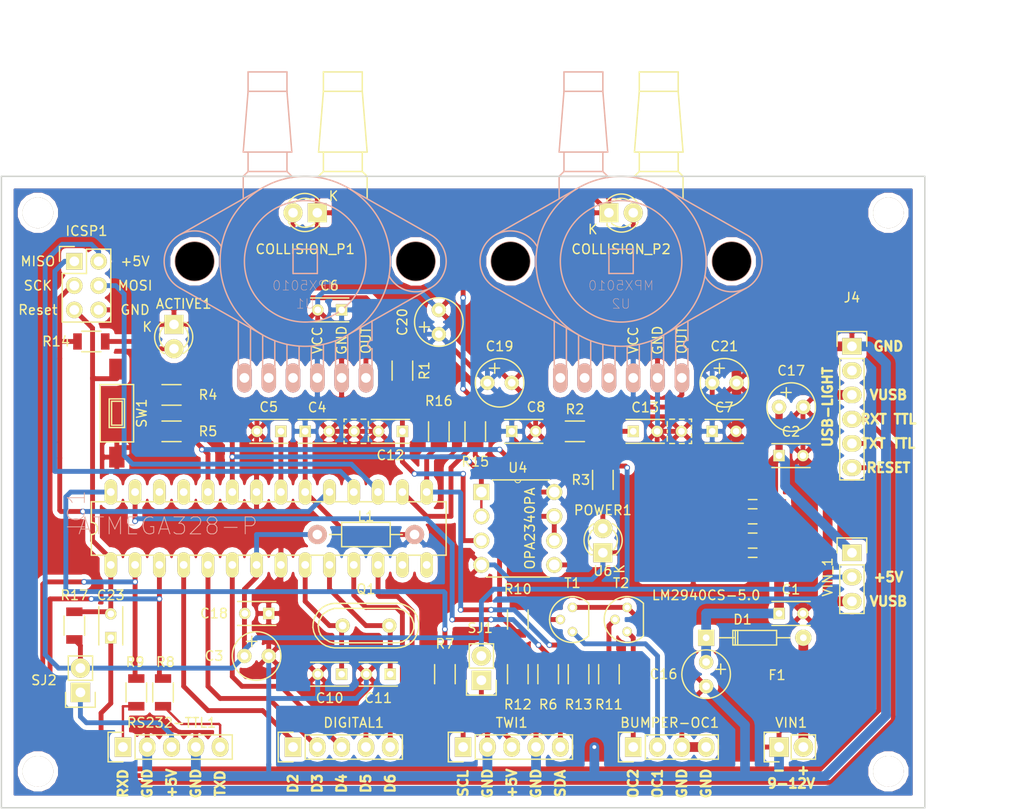
<source format=kicad_pcb>
(kicad_pcb (version 4) (host pcbnew "(2015-08-23 BZR 6115)-product")
  (layers (0 F.Cu signal) (31 B.Cu signal) (34 B.Paste user) (35 F.Paste user) (36 B.SilkS user) (37 F.SilkS user) (38 B.Mask user) (39 F.Mask user) (44 Edge.Cuts user))
  (net 0 "")
  (net 1 Reset)
  (net 2 RXD_TTL)
  (net 3 TXD_TTL)
  (net 4 GND)
  (net 5 BUMPER-OC1)
  (net 6 BUMPER-OC2)
  (net 7 MISO)
  (net 8 SCK)
  (net 9 ADC0)
  (net 10 ADC1)
  (net 11 SCL)
  (net 12 +5V)
  (net 13 VCC)
  (net 14 SDA)
  (net 15 "Net-(C12-Pad1)")
  (net 16 "Net-(C13-Pad1)")
  (net 17 "Net-(ACTIVE1-Pad2)")
  (net 18 "Net-(BUMPER-OC1-Pad1)")
  (net 19 "Net-(BUMPER-OC1-Pad2)")
  (net 20 "Net-(BUMPER-OC1-Pad3)")
  (net 21 "Net-(C1-Pad1)")
  (net 22 "Net-(C17-Pad1)")
  (net 23 "Net-(C5-Pad1)")
  (net 24 "Net-(C10-Pad1)")
  (net 25 "Net-(C11-Pad1)")
  (net 26 "Net-(C23-Pad1)")
  (net 27 "Net-(COLLISION_P1-Pad2)")
  (net 28 "Net-(COLLISION_P2-Pad2)")
  (net 29 "Net-(D1-Pad2)")
  (net 30 D2)
  (net 31 D3)
  (net 32 D4)
  (net 33 D5)
  (net 34 D6)
  (net 35 "Net-(F1-Pad1)")
  (net 36 VUSB)
  (net 37 "Net-(POWER1-Pad2)")
  (net 38 "Net-(R1-Pad1)")
  (net 39 "Net-(R2-Pad1)")
  (net 40 "Net-(R6-Pad2)")
  (net 41 "Net-(R7-Pad2)")
  (net 42 "Net-(R8-Pad2)")
  (net 43 "Net-(R9-Pad2)")
  (net 44 "Net-(R10-Pad1)")
  (net 45 "Net-(R11-Pad1)")
  (net 46 "Net-(RS232-TTL1-Pad3)")
  (net 47 "Net-(SJ1-Pad1)")
  (net 48 MOSI)
  (module atmega8:atmega8-DIL28-3 (layer F.Cu) (at 68.58 121.92)
    (fp_text reference IC1 (at -20.0914 -1.905 90) (layer B.SilkS) (effects (font (size 1.778 1.778) (thickness 0.0889))))
    (fp_text value ATMEGA328-P (at -10.541 -0.254) (layer B.SilkS) (effects (font (size 1.778 1.778) (thickness 0.0889))))
    (pad 1 thru_hole oval (at -16.51 3.81) (size 1.3208 2.6416) (drill 0.8128) (layers *.Cu F.Paste F.SilkS F.Mask) (net 1 Reset))
    (pad 2 thru_hole oval (at -13.97 3.81) (size 1.3208 2.6416) (drill 0.8128) (layers *.Cu F.Paste F.SilkS F.Mask) (net 2 RXD_TTL))
    (pad 3 thru_hole oval (at -11.43 3.81) (size 1.3208 2.6416) (drill 0.8128) (layers *.Cu F.Paste F.SilkS F.Mask) (net 3 TXD_TTL))
    (pad 4 thru_hole oval (at -8.89 3.81) (size 1.3208 2.6416) (drill 0.8128) (layers *.Cu F.Paste F.SilkS F.Mask) (net 30 D2))
    (pad 5 thru_hole oval (at -6.35 3.81) (size 1.3208 2.6416) (drill 0.8128) (layers *.Cu F.Paste F.SilkS F.Mask) (net 31 D3))
    (pad 6 thru_hole oval (at -3.81 3.81) (size 1.3208 2.6416) (drill 0.8128) (layers *.Cu F.Paste F.SilkS F.Mask) (net 32 D4))
    (pad 7 thru_hole oval (at -1.27 3.81) (size 1.3208 2.6416) (drill 0.8128) (layers *.Cu F.Paste F.SilkS F.Mask) (net 12 +5V))
    (pad 8 thru_hole oval (at 1.27 3.81) (size 1.3208 2.6416) (drill 0.8128) (layers *.Cu F.Paste F.SilkS F.Mask) (net 4 GND))
    (pad 9 thru_hole oval (at 3.81 3.81) (size 1.3208 2.6416) (drill 0.8128) (layers *.Cu F.Paste F.SilkS F.Mask) (net 24 "Net-(C10-Pad1)"))
    (pad 10 thru_hole oval (at 6.35 3.81) (size 1.3208 2.6416) (drill 0.8128) (layers *.Cu F.Paste F.SilkS F.Mask) (net 25 "Net-(C11-Pad1)"))
    (pad 11 thru_hole oval (at 8.89 3.81) (size 1.3208 2.6416) (drill 0.8128) (layers *.Cu F.Paste F.SilkS F.Mask) (net 33 D5))
    (pad 12 thru_hole oval (at 11.43 3.81) (size 1.3208 2.6416) (drill 0.8128) (layers *.Cu F.Paste F.SilkS F.Mask) (net 34 D6))
    (pad 13 thru_hole oval (at 13.97 3.81) (size 1.3208 2.6416) (drill 0.8128) (layers *.Cu F.Paste F.SilkS F.Mask))
    (pad 14 thru_hole oval (at 16.51 3.81) (size 1.3208 2.6416) (drill 0.8128) (layers *.Cu F.Paste F.SilkS F.Mask))
    (pad 15 thru_hole oval (at 16.51 -3.81) (size 1.3208 2.6416) (drill 0.8128) (layers *.Cu F.Paste F.SilkS F.Mask) (net 5 BUMPER-OC1))
    (pad 16 thru_hole oval (at 13.97 -3.81) (size 1.3208 2.6416) (drill 0.8128) (layers *.Cu F.Paste F.SilkS F.Mask) (net 6 BUMPER-OC2))
    (pad 17 thru_hole oval (at 11.43 -3.81) (size 1.3208 2.6416) (drill 0.8128) (layers *.Cu F.Paste F.SilkS F.Mask) (net 48 MOSI))
    (pad 18 thru_hole oval (at 8.89 -3.81) (size 1.3208 2.6416) (drill 0.8128) (layers *.Cu F.Paste F.SilkS F.Mask) (net 7 MISO))
    (pad 19 thru_hole oval (at 6.35 -3.81) (size 1.3208 2.6416) (drill 0.8128) (layers *.Cu F.Paste F.SilkS F.Mask) (net 8 SCK))
    (pad 20 thru_hole oval (at 3.81 -3.81) (size 1.3208 2.6416) (drill 0.8128) (layers *.Cu F.Paste F.SilkS F.Mask) (net 13 VCC))
    (pad 21 thru_hole oval (at 1.27 -3.81) (size 1.3208 2.6416) (drill 0.8128) (layers *.Cu F.Paste F.SilkS F.Mask) (net 23 "Net-(C5-Pad1)"))
    (pad 22 thru_hole oval (at -1.27 -3.81) (size 1.3208 2.6416) (drill 0.8128) (layers *.Cu F.Paste F.SilkS F.Mask) (net 4 GND))
    (pad 23 thru_hole oval (at -3.81 -3.81) (size 1.3208 2.6416) (drill 0.8128) (layers *.Cu F.Paste F.SilkS F.Mask) (net 9 ADC0))
    (pad 24 thru_hole oval (at -6.35 -3.81) (size 1.3208 2.6416) (drill 0.8128) (layers *.Cu F.Paste F.SilkS F.Mask) (net 10 ADC1))
    (pad 25 thru_hole oval (at -8.89 -3.81) (size 1.3208 2.6416) (drill 0.8128) (layers *.Cu F.Paste F.SilkS F.Mask))
    (pad 26 thru_hole oval (at -11.43 -3.81) (size 1.3208 2.6416) (drill 0.8128) (layers *.Cu F.Paste F.SilkS F.Mask))
    (pad 27 thru_hole oval (at -13.97 -3.81) (size 1.3208 2.6416) (drill 0.8128) (layers *.Cu F.Paste F.SilkS F.Mask) (net 14 SDA))
    (pad 28 thru_hole oval (at -16.51 -3.81) (size 1.3208 2.6416) (drill 0.8128) (layers *.Cu F.Paste F.SilkS F.Mask) (net 11 SCL))
  )
  (module Pin_Headers:Pin_Header_Straight_2x03 (layer F.Cu) (at 48.26 93.98)
    (fp_text reference ICSP1 (at 1.27 -3.175) (layer F.SilkS))
    (fp_text value ICSP hide)
    (pad 1 thru_hole rect (at 0 0) (size 1.7272 1.7272) (drill 1.016) (layers *.Cu *.Mask F.SilkS) (net 7 MISO))
    (pad 2 thru_hole oval (at 2.54 0) (size 1.7272 1.7272) (drill 1.016) (layers *.Cu *.Mask F.SilkS) (net 12 +5V))
    (pad 3 thru_hole oval (at 0 2.54) (size 1.7272 1.7272) (drill 1.016) (layers *.Cu *.Mask F.SilkS) (net 8 SCK))
    (pad 4 thru_hole oval (at 2.54 2.54) (size 1.7272 1.7272) (drill 1.016) (layers *.Cu *.Mask F.SilkS) (net 48 MOSI))
    (pad 5 thru_hole oval (at 0 5.08) (size 1.7272 1.7272) (drill 1.016) (layers *.Cu *.Mask F.SilkS) (net 1 Reset))
    (pad 6 thru_hole oval (at 2.54 5.08) (size 1.7272 1.7272) (drill 1.016) (layers *.Cu *.Mask F.SilkS) (net 4 GND))
  )
  (module LEDs:LED-3MM (layer F.Cu) (at 58.674 100.584 270)
    (fp_text reference ACTIVE1 (at -2.159 -1.016 360) (layer F.SilkS))
    (fp_text value ACTIVE hide)
    (fp_text user K (at 0.254 2.794 360) (layer F.SilkS))
    (pad 1 thru_hole rect (at 0 0) (size 2 2) (drill 1.00076) (layers *.Cu *.Mask F.SilkS) (net 4 GND))
    (pad 2 thru_hole circle (at 2.54 0 270) (size 2 2) (drill 1.00076) (layers *.Cu *.Mask F.SilkS) (net 17 "Net-(ACTIVE1-Pad2)"))
  )
  (module Pin_Headers:Pin_Header_Straight_1x04 (layer F.Cu) (at 106.68 144.78 90)
    (fp_text reference BUMPER-OC1 (at 2.54 3.81 180) (layer F.SilkS))
    (fp_text value BUMPER-OC hide)
    (pad 1 thru_hole rect (at 0 0 90) (size 2.032 1.7272) (drill 1.016) (layers *.Cu *.Mask F.SilkS) (net 18 "Net-(BUMPER-OC1-Pad1)"))
    (pad 2 thru_hole oval (at 0 2.54 90) (size 2.032 1.7272) (drill 1.016) (layers *.Cu *.Mask F.SilkS) (net 19 "Net-(BUMPER-OC1-Pad2)"))
    (pad 3 thru_hole oval (at 0 5.08 90) (size 2.032 1.7272) (drill 1.016) (layers *.Cu *.Mask F.SilkS) (net 20 "Net-(BUMPER-OC1-Pad3)"))
    (pad 4 thru_hole oval (at 0 7.62 90) (size 2.032 1.7272) (drill 1.016) (layers *.Cu *.Mask F.SilkS) (net 20 "Net-(BUMPER-OC1-Pad3)"))
  )
  (module Capacitors_ThroughHole:C_Rect_L4_W2.5_P2.5 (layer F.Cu) (at 121.92 130.81)
    (fp_text reference C1 (at 1.25 -2.5) (layer F.SilkS))
    (fp_text value 100nF hide)
    (pad 1 thru_hole rect (at 0 0) (size 1.2 1.2) (drill 0.7) (layers *.Cu *.Mask F.SilkS) (net 21 "Net-(C1-Pad1)"))
    (pad 2 thru_hole circle (at 2.5 0) (size 1.2 1.2) (drill 0.7) (layers *.Cu *.Mask F.SilkS) (net 4 GND))
  )
  (module Capacitors_ThroughHole:C_Rect_L4_W2.5_P2.5 (layer F.Cu) (at 121.92 114.3)
    (fp_text reference C2 (at 1.25 -2.5) (layer F.SilkS))
    (fp_text value 100nF)
    (pad 1 thru_hole rect (at 0 0) (size 1.2 1.2) (drill 0.7) (layers *.Cu *.Mask F.SilkS) (net 22 "Net-(C17-Pad1)"))
    (pad 2 thru_hole circle (at 2.5 0) (size 1.2 1.2) (drill 0.7) (layers *.Cu *.Mask F.SilkS) (net 4 GND))
  )
  (module Capacitors_ThroughHole:C_Rect_L4_W2.5_P2.5 (layer F.Cu) (at 68.58 130.81 180)
    (fp_text reference C3 (at 5.715 -4.445 180) (layer F.SilkS))
    (fp_text value 100nF hide)
    (pad 1 thru_hole rect (at 0 0 180) (size 1.2 1.2) (drill 0.7) (layers *.Cu *.Mask F.SilkS) (net 4 GND))
    (pad 2 thru_hole circle (at 2.5 0 180) (size 1.2 1.2) (drill 0.7) (layers *.Cu *.Mask F.SilkS) (net 12 +5V))
  )
  (module Capacitors_ThroughHole:C_Rect_L4_W2.5_P2.5 (layer F.Cu) (at 72.39 111.76)
    (fp_text reference C4 (at 1.25 -2.5) (layer F.SilkS))
    (fp_text value 100nF hide)
    (pad 1 thru_hole rect (at 0 0) (size 1.2 1.2) (drill 0.7) (layers *.Cu *.Mask F.SilkS) (net 13 VCC))
    (pad 2 thru_hole circle (at 2.5 0) (size 1.2 1.2) (drill 0.7) (layers *.Cu *.Mask F.SilkS) (net 4 GND))
  )
  (module Capacitors_ThroughHole:C_Rect_L4_W2.5_P2.5 (layer F.Cu) (at 69.85 111.76 180)
    (fp_text reference C5 (at 1.27 2.54 180) (layer F.SilkS))
    (fp_text value 100nF hide)
    (pad 1 thru_hole rect (at 0 0 180) (size 1.2 1.2) (drill 0.7) (layers *.Cu *.Mask F.SilkS) (net 23 "Net-(C5-Pad1)"))
    (pad 2 thru_hole circle (at 2.5 0 180) (size 1.2 1.2) (drill 0.7) (layers *.Cu *.Mask F.SilkS) (net 4 GND))
  )
  (module Capacitors_ThroughHole:C_Rect_L4_W2.5_P2.5 (layer F.Cu) (at 76.2 99.06 180)
    (fp_text reference C6 (at 1.27 2.54 180) (layer F.SilkS))
    (fp_text value 100nF hide)
    (pad 1 thru_hole rect (at 0 0 180) (size 1.2 1.2) (drill 0.7) (layers *.Cu *.Mask F.SilkS) (net 13 VCC))
    (pad 2 thru_hole circle (at 2.5 0 180) (size 1.2 1.2) (drill 0.7) (layers *.Cu *.Mask F.SilkS) (net 4 GND))
  )
  (module Capacitors_ThroughHole:C_Rect_L4_W2.5_P2.5 (layer F.Cu) (at 114.935 111.76)
    (fp_text reference C7 (at 1.25 -2.5) (layer F.SilkS))
    (fp_text value 100nF)
    (pad 1 thru_hole rect (at 0 0) (size 1.2 1.2) (drill 0.7) (layers *.Cu *.Mask F.SilkS) (net 13 VCC))
    (pad 2 thru_hole circle (at 2.5 0) (size 1.2 1.2) (drill 0.7) (layers *.Cu *.Mask F.SilkS) (net 4 GND))
  )
  (module Capacitors_ThroughHole:C_Rect_L4_W2.5_P2.5 (layer F.Cu) (at 93.98 111.76)
    (fp_text reference C8 (at 2.54 -2.54) (layer F.SilkS))
    (fp_text value 100nF hide)
    (pad 1 thru_hole rect (at 0 0) (size 1.2 1.2) (drill 0.7) (layers *.Cu *.Mask F.SilkS) (net 13 VCC))
    (pad 2 thru_hole circle (at 2.5 0) (size 1.2 1.2) (drill 0.7) (layers *.Cu *.Mask F.SilkS) (net 4 GND))
  )
  (module Capacitors_ThroughHole:C_Rect_L4_W2.5_P2.5 (layer F.Cu) (at 76.2 137.16 180)
    (fp_text reference C10 (at 1.25 -2.5 180) (layer F.SilkS))
    (fp_text value 27pF hide)
    (pad 1 thru_hole rect (at 0 0 180) (size 1.2 1.2) (drill 0.7) (layers *.Cu *.Mask F.SilkS) (net 24 "Net-(C10-Pad1)"))
    (pad 2 thru_hole circle (at 2.5 0 180) (size 1.2 1.2) (drill 0.7) (layers *.Cu *.Mask F.SilkS) (net 4 GND))
  )
  (module Capacitors_ThroughHole:C_Rect_L4_W2.5_P2.5 (layer F.Cu) (at 81.28 137.16 180)
    (fp_text reference C11 (at 1.25 -2.5 180) (layer F.SilkS))
    (fp_text value 27pF hide)
    (pad 1 thru_hole rect (at 0 0 180) (size 1.2 1.2) (drill 0.7) (layers *.Cu *.Mask F.SilkS) (net 25 "Net-(C11-Pad1)"))
    (pad 2 thru_hole circle (at 2.5 0 180) (size 1.2 1.2) (drill 0.7) (layers *.Cu *.Mask F.SilkS) (net 4 GND))
  )
  (module Capacitors_ThroughHole:C_Rect_L4_W2.5_P2.5 (layer F.Cu) (at 52.07 133.35 90)
    (fp_text reference C23 (at 4.445 0 180) (layer F.SilkS))
    (fp_text value 100nF hide)
    (pad 1 thru_hole rect (at 0 0 90) (size 1.2 1.2) (drill 0.7) (layers *.Cu *.Mask F.SilkS) (net 26 "Net-(C23-Pad1)"))
    (pad 2 thru_hole circle (at 2.5 0 90) (size 1.2 1.2) (drill 0.7) (layers *.Cu *.Mask F.SilkS) (net 1 Reset))
  )
  (module LEDs:LED-3MM (layer F.Cu) (at 73.66 88.9 180)
    (fp_text reference COLLISION_P1 (at 1.27 -3.81 180) (layer F.SilkS))
    (fp_text value COLLISION_P1 hide)
    (fp_text user K (at -1.69 1.74 180) (layer F.SilkS))
    (pad 1 thru_hole rect (at 0 0 270) (size 2 2) (drill 1.00076) (layers *.Cu *.Mask F.SilkS) (net 4 GND))
    (pad 2 thru_hole circle (at 2.54 0 180) (size 2 2) (drill 1.00076) (layers *.Cu *.Mask F.SilkS) (net 27 "Net-(COLLISION_P1-Pad2)"))
  )
  (module LEDs:LED-3MM (layer F.Cu) (at 104.14 88.9)
    (fp_text reference COLLISION_P2 (at 1.27 3.81) (layer F.SilkS))
    (fp_text value COLLISION_P2 hide)
    (fp_text user K (at -1.69 1.74) (layer F.SilkS))
    (pad 1 thru_hole rect (at 0 0 90) (size 2 2) (drill 1.00076) (layers *.Cu *.Mask F.SilkS) (net 4 GND))
    (pad 2 thru_hole circle (at 2.54 0) (size 2 2) (drill 1.00076) (layers *.Cu *.Mask F.SilkS) (net 28 "Net-(COLLISION_P2-Pad2)"))
  )
  (module Diodes_ThroughHole:Diode_DO-35_SOD27_Horizontal_RM10 (layer F.Cu) (at 114.3 133.35)
    (fp_text reference D1 (at 3.81 -1.905) (layer F.SilkS))
    (fp_text value 1N4004 hide)
    (pad 2 thru_hole circle (at 10.16052 -0.00254 180) (size 1.69926 1.69926) (drill 0.70104) (layers *.Cu *.Mask F.SilkS) (net 29 "Net-(D1-Pad2)"))
    (pad 1 thru_hole rect (at 0.00052 -0.00254 180) (size 1.69926 1.69926) (drill 0.70104) (layers *.Cu *.Mask F.SilkS) (net 21 "Net-(C1-Pad1)"))
  )
  (module Pin_Headers:Pin_Header_Straight_1x05 (layer F.Cu) (at 71.12 144.78 90)
    (fp_text reference DIGITAL1 (at 2.54 6.35 180) (layer F.SilkS))
    (fp_text value DIGITAL hide)
    (pad 1 thru_hole rect (at 0 0 90) (size 2.032 1.7272) (drill 1.016) (layers *.Cu *.Mask F.SilkS) (net 30 D2))
    (pad 2 thru_hole oval (at 0 2.54 90) (size 2.032 1.7272) (drill 1.016) (layers *.Cu *.Mask F.SilkS) (net 31 D3))
    (pad 3 thru_hole oval (at 0 5.08 90) (size 2.032 1.7272) (drill 1.016) (layers *.Cu *.Mask F.SilkS) (net 32 D4))
    (pad 4 thru_hole oval (at 0 7.62 90) (size 2.032 1.7272) (drill 1.016) (layers *.Cu *.Mask F.SilkS) (net 33 D5))
    (pad 5 thru_hole oval (at 0 10.16 90) (size 2.032 1.7272) (drill 1.016) (layers *.Cu *.Mask F.SilkS) (net 34 D6))
  )
  (module Pin_Headers:Pin_Header_Straight_1x06 (layer F.Cu) (at 129.54 102.87)
    (fp_text reference J4 (at 0 -5.1) (layer F.SilkS))
    (fp_text value J4 hide)
    (pad 1 thru_hole rect (at 0 0) (size 2.032 1.7272) (drill 1.016) (layers *.Cu *.Mask F.SilkS) (net 4 GND))
    (pad 2 thru_hole oval (at 0 2.54) (size 2.032 1.7272) (drill 1.016) (layers *.Cu *.Mask F.SilkS))
    (pad 3 thru_hole oval (at 0 5.08) (size 2.032 1.7272) (drill 1.016) (layers *.Cu *.Mask F.SilkS) (net 36 VUSB))
    (pad 4 thru_hole oval (at 0 7.62) (size 2.032 1.7272) (drill 1.016) (layers *.Cu *.Mask F.SilkS) (net 2 RXD_TTL))
    (pad 5 thru_hole oval (at 0 10.16) (size 2.032 1.7272) (drill 1.016) (layers *.Cu *.Mask F.SilkS) (net 3 TXD_TTL))
    (pad 6 thru_hole oval (at 0 12.7) (size 2.032 1.7272) (drill 1.016) (layers *.Cu *.Mask F.SilkS) (net 26 "Net-(C23-Pad1)"))
  )
  (module Resistors_ThroughHole:Resistor_Horizontal_RM10mm (layer F.Cu) (at 78.74 122.555)
    (fp_text reference L1 (at 0 -1.905) (layer F.SilkS))
    (fp_text value 10uH)
    (pad 1 thru_hole circle (at -5.08 0) (size 1.99898 1.99898) (drill 1.00076) (layers *.Cu *.SilkS *.Mask) (net 12 +5V))
    (pad 2 thru_hole circle (at 5.08 0) (size 1.99898 1.99898) (drill 1.00076) (layers *.Cu *.SilkS *.Mask) (net 13 VCC))
  )
  (module LEDs:LED-3MM (layer F.Cu) (at 103.505 124.46 90)
    (fp_text reference POWER1 (at 4.445 0 180) (layer F.SilkS))
    (fp_text value POWER hide)
    (fp_text user K (at -1.69 1.74 90) (layer F.SilkS))
    (pad 1 thru_hole rect (at 0 0 180) (size 2 2) (drill 1.00076) (layers *.Cu *.Mask F.SilkS) (net 4 GND))
    (pad 2 thru_hole circle (at 2.54 0 90) (size 2 2) (drill 1.00076) (layers *.Cu *.Mask F.SilkS) (net 37 "Net-(POWER1-Pad2)"))
  )
  (module Crystals:Crystal_HC49-U_Vertical (layer F.Cu) (at 78.74 132.08 180)
    (fp_text reference Q1 (at 0 3.81 180) (layer F.SilkS))
    (fp_text value Q1 hide)
    (pad 1 thru_hole circle (at -2.44094 0 180) (size 1.50114 1.50114) (drill 0.8001) (layers *.Cu *.Mask F.SilkS) (net 25 "Net-(C11-Pad1)"))
    (pad 2 thru_hole circle (at 2.44094 0 180) (size 1.50114 1.50114) (drill 0.8001) (layers *.Cu *.Mask F.SilkS) (net 24 "Net-(C10-Pad1)"))
  )
  (module Pin_Headers:Pin_Header_Straight_1x05 (layer F.Cu) (at 53.34 144.78 90)
    (fp_text reference RS232-TTL1 (at 2.54 5.08 180) (layer F.SilkS))
    (fp_text value RS232-TTL hide)
    (pad 1 thru_hole rect (at 0 0 90) (size 2.032 1.7272) (drill 1.016) (layers *.Cu *.Mask F.SilkS) (net 43 "Net-(R9-Pad2)"))
    (pad 2 thru_hole oval (at 0 2.54 90) (size 2.032 1.7272) (drill 1.016) (layers *.Cu *.Mask F.SilkS) (net 4 GND))
    (pad 3 thru_hole oval (at 0 5.08 90) (size 2.032 1.7272) (drill 1.016) (layers *.Cu *.Mask F.SilkS) (net 46 "Net-(RS232-TTL1-Pad3)"))
    (pad 4 thru_hole oval (at 0 7.62 90) (size 2.032 1.7272) (drill 1.016) (layers *.Cu *.Mask F.SilkS) (net 4 GND))
    (pad 5 thru_hole oval (at 0 10.16 90) (size 2.032 1.7272) (drill 1.016) (layers *.Cu *.Mask F.SilkS) (net 42 "Net-(R8-Pad2)"))
  )
  (module Pin_Headers:Pin_Header_Straight_1x02 (layer F.Cu) (at 90.805 137.795 180)
    (fp_text reference SJ1 (at 0.127 5.461 180) (layer F.SilkS))
    (fp_text value Jumper_NC_Small hide)
    (pad 1 thru_hole rect (at 0 0 180) (size 2.032 2.032) (drill 1.016) (layers *.Cu *.Mask F.SilkS) (net 47 "Net-(SJ1-Pad1)"))
    (pad 2 thru_hole oval (at 0 2.54 180) (size 2.032 2.032) (drill 1.016) (layers *.Cu *.Mask F.SilkS) (net 12 +5V))
  )
  (module Pin_Headers:Pin_Header_Straight_1x02 (layer F.Cu) (at 48.895 139.065 180)
    (fp_text reference SJ2 (at 3.81 1.27 180) (layer F.SilkS))
    (fp_text value Jumper_NC_Small hide)
    (pad 1 thru_hole rect (at 0 0 180) (size 2.032 2.032) (drill 1.016) (layers *.Cu *.Mask F.SilkS) (net 46 "Net-(RS232-TTL1-Pad3)"))
    (pad 2 thru_hole oval (at 0 2.54 180) (size 2.032 2.032) (drill 1.016) (layers *.Cu *.Mask F.SilkS) (net 12 +5V))
  )
  (module Housings_TO-92:TO-92_Molded_Narrow (layer F.Cu) (at 100.33 132.715 90)
    (fp_text reference T1 (at 5.08 0 180) (layer F.SilkS))
    (fp_text value BC547 hide)
    (pad 2 thru_hole circle (at 1.27 -1.27 180) (size 1.00076 1.00076) (drill 0.6) (layers *.Cu *.Mask F.SilkS) (net 44 "Net-(R10-Pad1)"))
    (pad 3 thru_hole circle (at 2.54 0 180) (size 1.00076 1.00076) (drill 0.6) (layers *.Cu *.Mask F.SilkS) (net 20 "Net-(BUMPER-OC1-Pad3)"))
    (pad 1 thru_hole circle (at 0 0 180) (size 1.00076 1.00076) (drill 0.6) (layers *.Cu *.Mask F.SilkS) (net 19 "Net-(BUMPER-OC1-Pad2)"))
  )
  (module Housings_TO-92:TO-92_Molded_Narrow (layer F.Cu) (at 106.045 132.715 90)
    (fp_text reference T2 (at 5.08 -0.635 180) (layer F.SilkS))
    (fp_text value BC547 hide)
    (pad 2 thru_hole circle (at 1.27 -1.27 180) (size 1.00076 1.00076) (drill 0.6) (layers *.Cu *.Mask F.SilkS) (net 45 "Net-(R11-Pad1)"))
    (pad 3 thru_hole circle (at 2.54 0 180) (size 1.00076 1.00076) (drill 0.6) (layers *.Cu *.Mask F.SilkS) (net 20 "Net-(BUMPER-OC1-Pad3)"))
    (pad 1 thru_hole circle (at 0 0 180) (size 1.00076 1.00076) (drill 0.6) (layers *.Cu *.Mask F.SilkS) (net 18 "Net-(BUMPER-OC1-Pad1)"))
  )
  (module Pin_Headers:Pin_Header_Straight_1x05 (layer F.Cu) (at 88.9 144.78 90)
    (fp_text reference TWI1 (at 2.54 5.08 180) (layer F.SilkS))
    (fp_text value TWI hide)
    (pad 1 thru_hole rect (at 0 0 90) (size 2.032 1.7272) (drill 1.016) (layers *.Cu *.Mask F.SilkS) (net 41 "Net-(R7-Pad2)"))
    (pad 2 thru_hole oval (at 0 2.54 90) (size 2.032 1.7272) (drill 1.016) (layers *.Cu *.Mask F.SilkS) (net 4 GND))
    (pad 3 thru_hole oval (at 0 5.08 90) (size 2.032 1.7272) (drill 1.016) (layers *.Cu *.Mask F.SilkS) (net 47 "Net-(SJ1-Pad1)"))
    (pad 4 thru_hole oval (at 0 7.62 90) (size 2.032 1.7272) (drill 1.016) (layers *.Cu *.Mask F.SilkS) (net 4 GND))
    (pad 5 thru_hole oval (at 0 10.16 90) (size 2.032 1.7272) (drill 1.016) (layers *.Cu *.Mask F.SilkS) (net 40 "Net-(R6-Pad2)"))
  )
  (module MPX5010:867C-H (layer B.Cu) (at 72.39 93.98 180)
    (fp_text reference U1 (at 0 -4.445 180) (layer B.SilkS) (effects (font (thickness 0.05)) (justify mirror)))
    (fp_text value MPX5010 (at 0 -2.54 180) (layer B.SilkS) (effects (font (thickness 0.05)) (justify mirror)))
    (pad 1 thru_hole oval (at -6.35 -12.192 90) (size 3.048 1.524) (drill 1.016) (layers *.Cu *.Mask B.SilkS) (net 38 "Net-(R1-Pad1)"))
    (pad 2 thru_hole oval (at -3.81 -12.192 90) (size 3.048 1.524) (drill 1.016) (layers *.Cu *.Mask B.SilkS) (net 4 GND))
    (pad 3 thru_hole oval (at -1.27 -12.192 90) (size 3.048 1.524) (drill 1.016) (layers *.Cu *.Mask B.SilkS) (net 13 VCC))
    (pad 4 thru_hole oval (at 1.27 -12.192 90) (size 3.048 1.524) (drill 1.016) (layers *.Cu *.Mask B.SilkS))
    (pad 5 thru_hole oval (at 3.81 -12.192 90) (size 3.048 1.524) (drill 1.016) (layers *.Cu *.Mask B.SilkS))
    (pad 6 thru_hole oval (at 6.35 -12.192 90) (size 3.048 1.524) (drill 1.016) (layers *.Cu *.Mask B.SilkS))
    (pad Hole np_thru_hole circle (at -11.557 0 180) (size 4.064 4.064) (drill 4.064) (layers))
    (pad Hole np_thru_hole circle (at 11.557 0 180) (size 4.064 4.064) (drill 4.064) (layers))
  )
  (module MPX5010:867C-H (layer B.Cu) (at 105.41 93.98 180)
    (fp_text reference U2 (at 0 -4.445 180) (layer B.SilkS) (effects (font (thickness 0.05)) (justify mirror)))
    (fp_text value MPX5010 (at 0 -2.54 180) (layer B.SilkS) (effects (font (thickness 0.05)) (justify mirror)))
    (pad 1 thru_hole oval (at -6.35 -12.192 90) (size 3.048 1.524) (drill 1.016) (layers *.Cu *.Mask B.SilkS) (net 39 "Net-(R2-Pad1)"))
    (pad 2 thru_hole oval (at -3.81 -12.192 90) (size 3.048 1.524) (drill 1.016) (layers *.Cu *.Mask B.SilkS) (net 4 GND))
    (pad 3 thru_hole oval (at -1.27 -12.192 90) (size 3.048 1.524) (drill 1.016) (layers *.Cu *.Mask B.SilkS) (net 13 VCC))
    (pad 4 thru_hole oval (at 1.27 -12.192 90) (size 3.048 1.524) (drill 1.016) (layers *.Cu *.Mask B.SilkS))
    (pad 5 thru_hole oval (at 3.81 -12.192 90) (size 3.048 1.524) (drill 1.016) (layers *.Cu *.Mask B.SilkS))
    (pad 6 thru_hole oval (at 6.35 -12.192 90) (size 3.048 1.524) (drill 1.016) (layers *.Cu *.Mask B.SilkS))
    (pad Hole np_thru_hole circle (at -11.557 0 180) (size 4.064 4.064) (drill 4.064) (layers))
    (pad Hole np_thru_hole circle (at 11.557 0 180) (size 4.064 4.064) (drill 4.064) (layers))
  )
  (module Pin_Headers:Pin_Header_Straight_1x02 (layer F.Cu) (at 121.92 144.78 90)
    (fp_text reference VIN1 (at 2.54 1.27 180) (layer F.SilkS))
    (fp_text value VIN hide)
    (pad 1 thru_hole rect (at 0 0 90) (size 2.032 2.032) (drill 1.016) (layers *.Cu *.Mask F.SilkS) (net 4 GND))
    (pad 2 thru_hole oval (at 0 2.54 90) (size 2.032 2.032) (drill 1.016) (layers *.Cu *.Mask F.SilkS) (net 35 "Net-(F1-Pad1)"))
  )
  (module Pin_Headers:Pin_Header_Straight_1x03 (layer F.Cu) (at 129.54 124.46)
    (fp_text reference VIN_1 (at -2.54 2.54 90) (layer F.SilkS))
    (fp_text value VIN_ hide)
    (pad 1 thru_hole rect (at 0 0) (size 2.032 1.7272) (drill 1.016) (layers *.Cu *.Mask F.SilkS) (net 22 "Net-(C17-Pad1)"))
    (pad 2 thru_hole oval (at 0 2.54) (size 2.032 1.7272) (drill 1.016) (layers *.Cu *.Mask F.SilkS) (net 12 +5V))
    (pad 3 thru_hole oval (at 0 5.08) (size 2.032 1.7272) (drill 1.016) (layers *.Cu *.Mask F.SilkS) (net 36 VUSB))
  )
  (module LM2940CS-5.0:TO254P1435X464-4N (layer F.Cu) (at 113.03 121.92 90)
    (fp_text reference U6 (at -4.445 -9.525 180) (layer F.SilkS))
    (fp_text value LM2940CS-5.0 (at -6.985 1.27 180) (layer F.SilkS))
    (pad 1 smd rect (at -2.54 8.2804 90) (size 1.016 2.6924) (layers F.Cu F.Paste F.Mask) (net 21 "Net-(C1-Pad1)"))
    (pad 2 smd rect (at 0 8.2804 90) (size 1.016 2.6924) (layers F.Cu F.Paste F.Mask) (net 4 GND))
    (pad 3 smd rect (at 2.54 8.2804 90) (size 1.016 2.6924) (layers F.Cu F.Paste F.Mask) (net 22 "Net-(C17-Pad1)"))
    (pad 4 smd rect (at -0.1016 -0.0762 90) (size 10.414 10.4648) (layers F.Cu F.Paste F.Mask) (net 4 GND))
  )
  (module Resistors_SMD:R_1206 (layer F.Cu) (at 82.55 105.41 270)
    (fp_text reference R1 (at 0 -2.3 270) (layer F.SilkS))
    (fp_text value 1K)
    (pad 1 smd rect (at -1.45 0 270) (size 0.9 1.7) (layers F.Cu F.Paste F.Mask) (net 38 "Net-(R1-Pad1)"))
    (pad 2 smd rect (at 1.45 0 270) (size 0.9 1.7) (layers F.Cu F.Paste F.Mask) (net 15 "Net-(C12-Pad1)"))
  )
  (module Resistors_SMD:R_1206 (layer F.Cu) (at 100.584 111.76)
    (fp_text reference R2 (at 0 -2.3) (layer F.SilkS))
    (fp_text value 1K hide)
    (pad 1 smd rect (at -1.45 0) (size 0.9 1.7) (layers F.Cu F.Paste F.Mask) (net 39 "Net-(R2-Pad1)"))
    (pad 2 smd rect (at 1.45 0) (size 0.9 1.7) (layers F.Cu F.Paste F.Mask) (net 16 "Net-(C13-Pad1)"))
  )
  (module Resistors_SMD:R_1206 (layer F.Cu) (at 103.505 116.84 90)
    (fp_text reference R3 (at 0 -2.3 180) (layer F.SilkS))
    (fp_text value 1K hide)
    (pad 1 smd rect (at -1.45 0 90) (size 0.9 1.7) (layers F.Cu F.Paste F.Mask) (net 37 "Net-(POWER1-Pad2)"))
    (pad 2 smd rect (at 1.45 0 90) (size 0.9 1.7) (layers F.Cu F.Paste F.Mask) (net 12 +5V))
  )
  (module Resistors_SMD:R_1206 (layer F.Cu) (at 58.42 107.95)
    (fp_text reference R4 (at 3.81 0) (layer F.SilkS))
    (fp_text value 10K hide)
    (pad 1 smd rect (at -1.45 0) (size 0.9 1.7) (layers F.Cu F.Paste F.Mask) (net 4 GND))
    (pad 2 smd rect (at 1.45 0) (size 0.9 1.7) (layers F.Cu F.Paste F.Mask) (net 9 ADC0))
  )
  (module Resistors_SMD:R_1206 (layer F.Cu) (at 58.42 111.76)
    (fp_text reference R5 (at 3.81 0) (layer F.SilkS))
    (fp_text value 10K hide)
    (pad 1 smd rect (at -1.45 0) (size 0.9 1.7) (layers F.Cu F.Paste F.Mask) (net 4 GND))
    (pad 2 smd rect (at 1.45 0) (size 0.9 1.7) (layers F.Cu F.Paste F.Mask) (net 10 ADC1))
  )
  (module Resistors_SMD:R_1206 (layer F.Cu) (at 97.79 137.16 270)
    (fp_text reference R6 (at 3.175 0 360) (layer F.SilkS))
    (fp_text value 100 hide)
    (pad 1 smd rect (at -1.45 0 270) (size 0.9 1.7) (layers F.Cu F.Paste F.Mask) (net 14 SDA))
    (pad 2 smd rect (at 1.45 0 270) (size 0.9 1.7) (layers F.Cu F.Paste F.Mask) (net 40 "Net-(R6-Pad2)"))
  )
  (module Resistors_SMD:R_1206 (layer F.Cu) (at 86.995 137.16 270)
    (fp_text reference R7 (at -3.175 0 360) (layer F.SilkS))
    (fp_text value 100 hide)
    (pad 1 smd rect (at -1.45 0 270) (size 0.9 1.7) (layers F.Cu F.Paste F.Mask) (net 11 SCL))
    (pad 2 smd rect (at 1.45 0 270) (size 0.9 1.7) (layers F.Cu F.Paste F.Mask) (net 41 "Net-(R7-Pad2)"))
  )
  (module Resistors_SMD:R_1206 (layer F.Cu) (at 57.531 139.065 270)
    (fp_text reference R8 (at -3.175 -0.254 360) (layer F.SilkS))
    (fp_text value 100 hide)
    (pad 1 smd rect (at -1.45 0 270) (size 0.9 1.7) (layers F.Cu F.Paste F.Mask) (net 3 TXD_TTL))
    (pad 2 smd rect (at 1.45 0 270) (size 0.9 1.7) (layers F.Cu F.Paste F.Mask) (net 42 "Net-(R8-Pad2)"))
  )
  (module Resistors_SMD:R_1206 (layer F.Cu) (at 54.737 139.065 270)
    (fp_text reference R9 (at -3.175 0.127 360) (layer F.SilkS))
    (fp_text value 100 hide)
    (pad 1 smd rect (at -1.45 0 270) (size 0.9 1.7) (layers F.Cu F.Paste F.Mask) (net 2 RXD_TTL))
    (pad 2 smd rect (at 1.45 0 270) (size 0.9 1.7) (layers F.Cu F.Paste F.Mask) (net 43 "Net-(R9-Pad2)"))
  )
  (module Resistors_SMD:R_1206 (layer F.Cu) (at 94.615 131.445 270)
    (fp_text reference R10 (at -3.175 0 360) (layer F.SilkS))
    (fp_text value 2K7 hide)
    (pad 1 smd rect (at -1.45 0 270) (size 0.9 1.7) (layers F.Cu F.Paste F.Mask) (net 44 "Net-(R10-Pad1)"))
    (pad 2 smd rect (at 1.45 0 270) (size 0.9 1.7) (layers F.Cu F.Paste F.Mask) (net 6 BUMPER-OC2))
  )
  (module Resistors_SMD:R_1206 (layer F.Cu) (at 104.14 137.16 270)
    (fp_text reference R11 (at 3.175 0 360) (layer F.SilkS))
    (fp_text value 2K7 hide)
    (pad 1 smd rect (at -1.45 0 270) (size 0.9 1.7) (layers F.Cu F.Paste F.Mask) (net 45 "Net-(R11-Pad1)"))
    (pad 2 smd rect (at 1.45 0 270) (size 0.9 1.7) (layers F.Cu F.Paste F.Mask) (net 5 BUMPER-OC1))
  )
  (module Resistors_SMD:R_1206 (layer F.Cu) (at 94.615 137.16 270)
    (fp_text reference R12 (at 3.175 0 360) (layer F.SilkS))
    (fp_text value 10K hide)
    (pad 1 smd rect (at -1.45 0 270) (size 0.9 1.7) (layers F.Cu F.Paste F.Mask) (net 6 BUMPER-OC2))
    (pad 2 smd rect (at 1.45 0 270) (size 0.9 1.7) (layers F.Cu F.Paste F.Mask) (net 4 GND))
  )
  (module Resistors_SMD:R_1206 (layer F.Cu) (at 100.965 137.16 270)
    (fp_text reference R13 (at 3.175 0 360) (layer F.SilkS))
    (fp_text value 10K hide)
    (pad 1 smd rect (at -1.45 0 270) (size 0.9 1.7) (layers F.Cu F.Paste F.Mask) (net 5 BUMPER-OC1))
    (pad 2 smd rect (at 1.45 0 270) (size 0.9 1.7) (layers F.Cu F.Paste F.Mask) (net 4 GND))
  )
  (module Resistors_SMD:R_1206 (layer F.Cu) (at 50.038 102.362 180)
    (fp_text reference R14 (at 3.683 0 180) (layer F.SilkS))
    (fp_text value 1K hide)
    (pad 1 smd rect (at -1.45 0 180) (size 0.9 1.7) (layers F.Cu F.Paste F.Mask) (net 17 "Net-(ACTIVE1-Pad2)"))
    (pad 2 smd rect (at 1.45 0 180) (size 0.9 1.7) (layers F.Cu F.Paste F.Mask) (net 8 SCK))
  )
  (module Resistors_SMD:R_1206 (layer F.Cu) (at 90.17 111.76 270)
    (fp_text reference R15 (at 3.175 0 360) (layer F.SilkS))
    (fp_text value 1K hide)
    (pad 1 smd rect (at -1.45 0 270) (size 0.9 1.7) (layers F.Cu F.Paste F.Mask) (net 28 "Net-(COLLISION_P2-Pad2)"))
    (pad 2 smd rect (at 1.45 0 270) (size 0.9 1.7) (layers F.Cu F.Paste F.Mask) (net 6 BUMPER-OC2))
  )
  (module Resistors_SMD:R_1206 (layer F.Cu) (at 86.36 111.76 270)
    (fp_text reference R16 (at -3.175 0 360) (layer F.SilkS))
    (fp_text value 1K hide)
    (pad 1 smd rect (at -1.45 0 270) (size 0.9 1.7) (layers F.Cu F.Paste F.Mask) (net 27 "Net-(COLLISION_P1-Pad2)"))
    (pad 2 smd rect (at 1.45 0 270) (size 0.9 1.7) (layers F.Cu F.Paste F.Mask) (net 5 BUMPER-OC1))
  )
  (module Capacitors_Elko_ThroughHole:Elko_vert_11x5mm_RM2.5 (layer F.Cu) (at 114.3 135.89 270)
    (fp_text reference C16 (at 1.27 4.445 360) (layer F.SilkS))
    (fp_text value 10uF hide)
    (fp_line (start 0.2032 -1.524) (end 1.27 -1.524) (layer F.Cu) (width 0.15))
    (fp_line (start 0.762 -2.032) (end 0.762 -0.9906) (layer F.Cu) (width 0.15))
    (pad 2 thru_hole circle (at 2.54 0 270) (size 1.50114 1.50114) (drill 0.8001) (layers *.Cu *.Mask F.SilkS) (net 4 GND))
    (pad 1 thru_hole circle (at 0 0 270) (size 1.50114 1.50114) (drill 0.8001) (layers *.Cu *.Mask F.SilkS) (net 21 "Net-(C1-Pad1)"))
  )
  (module Capacitors_Elko_ThroughHole:Elko_vert_11x5mm_RM2.5 (layer F.Cu) (at 121.92 109.22)
    (fp_text reference C17 (at 1.27 -3.81) (layer F.SilkS))
    (fp_text value 22uF)
    (fp_line (start 0.2032 -1.524) (end 1.27 -1.524) (layer F.Cu) (width 0.15))
    (fp_line (start 0.762 -2.032) (end 0.762 -0.9906) (layer F.Cu) (width 0.15))
    (pad 2 thru_hole circle (at 2.54 0) (size 1.50114 1.50114) (drill 0.8001) (layers *.Cu *.Mask F.SilkS) (net 4 GND))
    (pad 1 thru_hole circle (at 0 0) (size 1.50114 1.50114) (drill 0.8001) (layers *.Cu *.Mask F.SilkS) (net 22 "Net-(C17-Pad1)"))
  )
  (module Capacitors_Elko_ThroughHole:Elko_vert_11x5mm_RM2.5 (layer F.Cu) (at 66.04 135.255)
    (fp_text reference C18 (at -3.175 -4.445) (layer F.SilkS))
    (fp_text value 10uF hide)
    (fp_line (start 0.2032 -1.524) (end 1.27 -1.524) (layer F.Cu) (width 0.15))
    (fp_line (start 0.762 -2.032) (end 0.762 -0.9906) (layer F.Cu) (width 0.15))
    (pad 2 thru_hole circle (at 2.54 0) (size 1.50114 1.50114) (drill 0.8001) (layers *.Cu *.Mask F.SilkS) (net 4 GND))
    (pad 1 thru_hole circle (at 0 0) (size 1.50114 1.50114) (drill 0.8001) (layers *.Cu *.Mask F.SilkS) (net 12 +5V))
  )
  (module Capacitors_Elko_ThroughHole:Elko_vert_11x5mm_RM2.5 (layer F.Cu) (at 91.44 106.68)
    (fp_text reference C19 (at 1.27 -3.81) (layer F.SilkS))
    (fp_text value 10uF hide)
    (fp_line (start 0.2032 -1.524) (end 1.27 -1.524) (layer F.Cu) (width 0.15))
    (fp_line (start 0.762 -2.032) (end 0.762 -0.9906) (layer F.Cu) (width 0.15))
    (pad 2 thru_hole circle (at 2.54 0) (size 1.50114 1.50114) (drill 0.8001) (layers *.Cu *.Mask F.SilkS) (net 4 GND))
    (pad 1 thru_hole circle (at 0 0) (size 1.50114 1.50114) (drill 0.8001) (layers *.Cu *.Mask F.SilkS) (net 13 VCC))
  )
  (module Capacitors_Elko_ThroughHole:Elko_vert_11x5mm_RM2.5 (layer F.Cu) (at 86.36 101.6 90)
    (fp_text reference C20 (at 1.27 -3.81 90) (layer F.SilkS))
    (fp_text value 10uF)
    (fp_line (start 0.2032 -1.524) (end 1.27 -1.524) (layer F.Cu) (width 0.15))
    (fp_line (start 0.762 -2.032) (end 0.762 -0.9906) (layer F.Cu) (width 0.15))
    (pad 2 thru_hole circle (at 2.54 0 90) (size 1.50114 1.50114) (drill 0.8001) (layers *.Cu *.Mask F.SilkS) (net 4 GND))
    (pad 1 thru_hole circle (at 0 0 90) (size 1.50114 1.50114) (drill 0.8001) (layers *.Cu *.Mask F.SilkS) (net 13 VCC))
  )
  (module Capacitors_Elko_ThroughHole:Elko_vert_11x5mm_RM2.5 (layer F.Cu) (at 114.935 106.68)
    (fp_text reference C21 (at 1.27 -3.81) (layer F.SilkS))
    (fp_text value 10uF)
    (fp_line (start 0.2032 -1.524) (end 1.27 -1.524) (layer F.Cu) (width 0.15))
    (fp_line (start 0.762 -2.032) (end 0.762 -0.9906) (layer F.Cu) (width 0.15))
    (pad 2 thru_hole circle (at 2.54 0) (size 1.50114 1.50114) (drill 0.8001) (layers *.Cu *.Mask F.SilkS) (net 4 GND))
    (pad 1 thru_hole circle (at 0 0) (size 1.50114 1.50114) (drill 0.8001) (layers *.Cu *.Mask F.SilkS) (net 13 VCC))
  )
  (module Fuse_Holders_and_Fuses:Fuse_SMD1206_Reflow (layer F.Cu) (at 124.46 137.16 90)
    (fp_text reference F1 (at -0.09906 -2.75082 180) (layer F.SilkS))
    (fp_text value PTC)
    (pad 1 smd rect (at -1.20396 0 180) (size 2.02946 1.14046) (layers F.Cu F.Paste F.Mask) (net 35 "Net-(F1-Pad1)"))
    (pad 2 smd rect (at 1.20396 0 180) (size 2.02946 1.14046) (layers F.Cu F.Paste F.Mask) (net 29 "Net-(D1-Pad2)"))
  )
  (module OPA2340PA:DIP254P762X508-8 (layer F.Cu) (at 98.425 125.73)
    (fp_text reference U4 (at -3.81 -10.16) (layer F.SilkS))
    (fp_text value OPA2340PA (at -2.54 -3.81 90) (layer F.SilkS))
    (pad 1 thru_hole rect (at -7.62 -7.62) (size 1.6764 1.6764) (drill 1.1176) (layers *.Cu *.Mask F.SilkS) (net 9 ADC0))
    (pad 2 thru_hole circle (at -7.62 -5.08) (size 1.6764 1.6764) (drill 1.1176) (layers *.Cu *.Mask F.SilkS) (net 9 ADC0))
    (pad 3 thru_hole circle (at -7.62 -2.54) (size 1.6764 1.6764) (drill 1.1176) (layers *.Cu *.Mask F.SilkS) (net 15 "Net-(C12-Pad1)"))
    (pad 4 thru_hole circle (at -7.62 0) (size 1.6764 1.6764) (drill 1.1176) (layers *.Cu *.Mask F.SilkS) (net 4 GND))
    (pad 5 thru_hole circle (at 0 0) (size 1.6764 1.6764) (drill 1.1176) (layers *.Cu *.Mask F.SilkS) (net 16 "Net-(C13-Pad1)"))
    (pad 6 thru_hole circle (at 0 -2.54) (size 1.6764 1.6764) (drill 1.1176) (layers *.Cu *.Mask F.SilkS) (net 10 ADC1))
    (pad 7 thru_hole circle (at 0 -5.08) (size 1.6764 1.6764) (drill 1.1176) (layers *.Cu *.Mask F.SilkS) (net 10 ADC1))
    (pad 8 thru_hole circle (at 0 -7.62) (size 1.6764 1.6764) (drill 1.1176) (layers *.Cu *.Mask F.SilkS) (net 13 VCC))
  )
  (module ACS712:Bohrloch_3,2mm (layer F.Cu) (at 44.45 88.9)
    (fp_text reference B1 hide)
    (fp_text value Bohrloch hide)
    (pad 1 thru_hole circle (at 0 0) (size 3.2 3.2) (drill 3.2) (layers *.Cu *.Mask F.SilkS))
  )
  (module ACS712:Bohrloch_3,2mm (layer F.Cu) (at 44.45 147.32)
    (fp_text reference B2 hide)
    (fp_text value Bohrloch hide)
    (pad 1 thru_hole circle (at 0 0) (size 3.2 3.2) (drill 3.2) (layers *.Cu *.Mask F.SilkS))
  )
  (module ACS712:Bohrloch_3,2mm (layer F.Cu) (at 133.35 88.9)
    (fp_text reference B3 hide)
    (fp_text value Bohrloch hide)
    (pad 1 thru_hole circle (at 0 0) (size 3.2 3.2) (drill 3.2) (layers *.Cu *.Mask F.SilkS))
  )
  (module ACS712:Bohrloch_3,2mm (layer F.Cu) (at 133.35 147.32)
    (fp_text reference B4 hide)
    (fp_text value Bohrloch hide)
    (pad 1 thru_hole circle (at 0 0) (size 3.2 3.2) (drill 3.2) (layers *.Cu *.Mask F.SilkS))
  )
  (module ACS712:C_Rect_L4_W2.5_P2.5_P5 (layer F.Cu) (at 106.68 111.76)
    (fp_text reference C13 (at 1.25 -2.5) (layer F.SilkS))
    (fp_text value 100nF hide)
    (pad 2 thru_hole circle (at 5.04 0) (size 1.2 1.2) (drill 0.7) (layers *.Cu *.Mask F.SilkS) (net 4 GND))
    (pad 1 thru_hole rect (at 0 0) (size 1.2 1.2) (drill 0.7) (layers *.Cu *.Mask F.SilkS) (net 16 "Net-(C13-Pad1)"))
    (pad 2 thru_hole circle (at 2.5 0) (size 1.2 1.2) (drill 0.7) (layers *.Cu *.Mask F.SilkS) (net 4 GND))
  )
  (module ACS712:C_Rect_L4_W2.5_P2.5_P5 (layer F.Cu) (at 82.55 111.76 180)
    (fp_text reference C12 (at 1.25 -2.5 180) (layer F.SilkS))
    (fp_text value 100nF hide)
    (pad 2 thru_hole circle (at 5.04 0 180) (size 1.2 1.2) (drill 0.7) (layers *.Cu *.Mask F.SilkS) (net 4 GND))
    (pad 1 thru_hole rect (at 0 0 180) (size 1.2 1.2) (drill 0.7) (layers *.Cu *.Mask F.SilkS) (net 15 "Net-(C12-Pad1)"))
    (pad 2 thru_hole circle (at 2.5 0 180) (size 1.2 1.2) (drill 0.7) (layers *.Cu *.Mask F.SilkS) (net 4 GND))
  )
  (module Resistors_SMD:R_1206 (layer F.Cu) (at 48.26 132.08 270)
    (fp_text reference R17 (at -3.175 0 360) (layer F.SilkS))
    (fp_text value 1K hide)
    (pad 1 smd rect (at -1.45 0 270) (size 0.9 1.7) (layers F.Cu F.Paste F.Mask) (net 1 Reset))
    (pad 2 smd rect (at 1.45 0 270) (size 0.9 1.7) (layers F.Cu F.Paste F.Mask) (net 12 +5V))
  )
  (module Buttons_Switches_SMD:SW_SPST_FSMSM (layer F.Cu) (at 52.705 109.855 270)
    (fp_text reference SW1 (at 0.01011 -2.60022 270) (layer F.SilkS))
    (fp_text value Reset)
    (pad 1 smd rect (at -4.60243 -0.00232 270) (size 2.18 1.6) (layers F.Cu F.Paste F.Mask) (net 1 Reset))
    (pad 2 smd rect (at 4.60243 0.00232 270) (size 2.18 1.6) (layers F.Cu F.Paste F.Mask) (net 4 GND))
  )
  (gr_text VCC (at 106.68 102.235 90) (layer F.SilkS) (effects (font (size 1 1))))
  (gr_text GND (at 76.2 102.235 90) (layer F.SilkS) (effects (font (size 1 1))))
  (gr_text OUT (at 78.74 102.235 90) (layer F.SilkS) (effects (font (size 1 1))))
  (gr_text VCC (at 73.66 102.235 90) (layer F.SilkS) (effects (font (size 1 1))))
  (gr_text GND (at 109.22 102.235 90) (layer F.SilkS) (effects (font (size 1 1))))
  (gr_text OUT (at 111.76 102.235 90) (layer F.SilkS) (effects (font (size 1 1))))
  (gr_text RESET (at 133.35 115.57) (layer F.SilkS) (effects (font (size 1 1) (thickness 0.25))))
  (gr_text "TXT TTL" (at 133.35 113.03) (layer F.SilkS) (effects (font (size 1 1) (thickness 0.25))))
  (gr_text "RXT TTL" (at 133.35 110.49) (layer F.SilkS) (effects (font (size 1 1) (thickness 0.25))))
  (gr_text VUSB (at 133.35 107.95) (layer F.SilkS) (effects (font (size 1 1) (thickness 0.25))))
  (gr_text GND (at 133.35 102.87) (layer F.SilkS) (effects (font (size 1 1) (thickness 0.25))))
  (gr_text +5V (at 133.35 127) (layer F.SilkS) (effects (font (size 1 1) (thickness 0.25))))
  (gr_text VUSB (at 133.35 129.54) (layer F.SilkS) (effects (font (size 1 1) (thickness 0.25))))
  (gr_line (start 137.16 85.09) (end 40.64 85.09) (angle 90) (layer Edge.Cuts) (width 0.15))
  (gr_line (start 137.16 151.13) (end 137.16 85.09) (angle 90) (layer Edge.Cuts) (width 0.15))
  (gr_line (start 40.64 151.13) (end 137.16 151.13) (angle 90) (layer Edge.Cuts) (width 0.15))
  (gr_line (start 40.64 85.09) (end 40.64 151.13) (angle 90) (layer Edge.Cuts) (width 0.15))
  (gr_text Reset (at 44.45 99.06) (layer F.SilkS) (effects (font (size 1 1))))
  (gr_text SCK (at 44.45 96.52) (layer F.SilkS) (effects (font (size 1 1))))
  (gr_text MISO (at 44.45 93.98) (layer F.SilkS) (effects (font (size 1 1))))
  (gr_text GND (at 54.61 99.06) (layer F.SilkS) (effects (font (size 1 1))))
  (gr_text MOSI (at 54.61 96.52) (layer F.SilkS) (effects (font (size 1 1))))
  (gr_text +5V (at 54.61 93.98) (layer F.SilkS) (effects (font (size 1 1))))
  (gr_text USB-LIGHT (at 127 109.22 90) (layer F.SilkS) (effects (font (size 1 1) (thickness 0.25))))
  (gr_text 9-12V (at 123.19 148.59) (layer F.SilkS) (effects (font (size 1 1) (thickness 0.25))))
  (gr_text "+\n" (at 124.46 147.32 180) (layer F.SilkS) (effects (font (size 1 1) (thickness 0.25))))
  (gr_text - (at 121.92 147.32 180) (layer F.SilkS) (effects (font (size 1 1) (thickness 0.25))))
  (gr_text OC1 (at 109.22 148.59 90) (layer F.SilkS) (effects (font (size 1 1) (thickness 0.25))))
  (gr_text OC2 (at 106.68 148.59 90) (layer F.SilkS) (effects (font (size 1 1) (thickness 0.25))))
  (gr_text GND (at 114.3 148.59 90) (layer F.SilkS) (effects (font (size 1 1) (thickness 0.25))))
  (gr_text GND (at 111.76 148.59 90) (layer F.SilkS) (effects (font (size 1 1) (thickness 0.25))))
  (gr_text SDA (at 99.06 148.59 90) (layer F.SilkS) (effects (font (size 1 1) (thickness 0.25))))
  (gr_text GND (at 96.52 148.59 90) (layer F.SilkS) (effects (font (size 1 1) (thickness 0.25))))
  (gr_text +5V (at 93.98 148.59 90) (layer F.SilkS) (effects (font (size 1 1) (thickness 0.25))))
  (gr_text GND (at 91.44 148.59 90) (layer F.SilkS) (effects (font (size 1 1) (thickness 0.25))))
  (gr_text SCL (at 88.9 148.59 90) (layer F.SilkS) (effects (font (size 1 1) (thickness 0.25))))
  (gr_text D6 (at 81.28 148.59 90) (layer F.SilkS) (effects (font (size 1 1) (thickness 0.25))))
  (gr_text D5 (at 78.74 148.59 90) (layer F.SilkS) (effects (font (size 1 1) (thickness 0.25))))
  (gr_text D4 (at 76.2 148.59 90) (layer F.SilkS) (effects (font (size 1 1) (thickness 0.25))))
  (gr_text "D3\n" (at 73.66 148.59 90) (layer F.SilkS) (effects (font (size 1 1) (thickness 0.25))))
  (gr_text D2 (at 71.12 148.59 90) (layer F.SilkS) (effects (font (size 1 1) (thickness 0.25))))
  (gr_text TXD (at 63.5 148.59 90) (layer F.SilkS) (effects (font (size 1 1) (thickness 0.25))))
  (gr_text GND (at 60.96 148.59 90) (layer F.SilkS) (effects (font (size 1 1) (thickness 0.25))))
  (gr_text +5V (at 58.42 148.59 90) (layer F.SilkS) (effects (font (size 1 1) (thickness 0.25))))
  (gr_text GND (at 55.88 148.59 90) (layer F.SilkS) (effects (font (size 1 1) (thickness 0.25))))
  (gr_text RXD (at 53.34 148.59 90) (layer F.SilkS) (effects (font (size 1 1) (thickness 0.25))))
  (segment (start 81.28 99.24) (end 81.46 99.06) (width 0.25) (layer F.Cu) (net 0))
  (segment (start 52.705 106.25582) (end 50.165 106.25582) (width 0.508) (layer F.Cu) (net 1))
  (segment (start 50.292 106.172) (end 50.165 106.172) (width 0.508) (layer F.Cu) (net 1))
  (segment (start 50.24882 106.172) (end 50.292 106.172) (width 0.508) (layer F.Cu) (net 1))
  (segment (start 50.165 106.25582) (end 50.24882 106.172) (width 0.508) (layer F.Cu) (net 1))
  (segment (start 52.07 130.85) (end 52.07 125.73) (width 0.508) (layer F.Cu) (net 1))
  (segment (start 48.26 99.06) (end 50.165 100.965) (width 0.508) (layer F.Cu) (net 1))
  (segment (start 50.165 123.19) (end 50.165 106.172) (width 0.508) (layer F.Cu) (net 1))
  (segment (start 50.165 106.172) (end 50.165 101.219) (width 0.508) (layer F.Cu) (net 1))
  (segment (start 52.07 125.095) (end 50.165 123.19) (width 0.508) (layer F.Cu) (net 1))
  (segment (start 50.165 100.965) (end 50.165 101.219) (width 0.508) (layer F.Cu) (net 1))
  (segment (start 52.07 125.73) (end 52.07 125.095) (width 0.25) (layer F.Cu) (net 1))
  (segment (start 48.26 130.63) (end 51.85 130.63) (width 0.508) (layer F.Cu) (net 1))
  (segment (start 51.85 130.63) (end 52.07 130.85) (width 0.25) (layer F.Cu) (net 1))
  (segment (start 127 148.482004) (end 127.361996 148.482004) (width 0.508) (layer F.Cu) (net 2))
  (segment (start 127.361996 148.482004) (end 133.858 141.986) (width 0.508) (layer F.Cu) (net 2))
  (segment (start 54.61 127.508) (end 49.276 127.508) (width 0.508) (layer B.Cu) (net 2))
  (segment (start 131.064 110.49) (end 133.858 113.284) (width 0.508) (layer F.Cu) (net 2))
  (segment (start 131.064 110.49) (end 129.54 110.49) (width 0.508) (layer F.Cu) (net 2))
  (segment (start 133.858 113.284) (end 133.858 141.986) (width 0.508) (layer F.Cu) (net 2))
  (segment (start 127 148.482004) (end 50.184004 148.482004) (width 0.508) (layer F.Cu) (net 2))
  (segment (start 50.184004 148.482004) (end 44.958 143.256) (width 0.508) (layer F.Cu) (net 2))
  (segment (start 44.958 143.256) (end 44.958 127.762) (width 0.508) (layer F.Cu) (net 2))
  (segment (start 44.958 127.762) (end 45.212 127.508) (width 0.508) (layer F.Cu) (net 2))
  (segment (start 45.212 127.508) (end 49.276 127.508) (width 0.508) (layer F.Cu) (net 2))
  (via (at 49.276 127.508) (size 0.6) (drill 0.4) (layers F.Cu B.Cu) (net 2))
  (via (at 54.61 127.508) (size 0.6) (drill 0.4) (layers F.Cu B.Cu) (net 2))
  (segment (start 54.61 125.73) (end 54.61 127.508) (width 0.508) (layer F.Cu) (net 2))
  (segment (start 54.61 127.508) (end 54.61 127.635) (width 0.508) (layer F.Cu) (net 2))
  (segment (start 54.61 127.635) (end 54.61 137.488) (width 0.508) (layer F.Cu) (net 2))
  (segment (start 54.61 137.488) (end 54.737 137.615) (width 0.25) (layer F.Cu) (net 2))
  (segment (start 126.746 147.774002) (end 126.799998 147.774002) (width 0.508) (layer F.Cu) (net 3))
  (segment (start 126.799998 147.774002) (end 133.096 141.478) (width 0.508) (layer F.Cu) (net 3))
  (segment (start 129.54 113.03) (end 132.334 113.03) (width 0.508) (layer F.Cu) (net 3))
  (segment (start 132.334 113.03) (end 133.096 113.792) (width 0.508) (layer F.Cu) (net 3))
  (segment (start 133.096 113.792) (end 133.096 118.618) (width 0.508) (layer F.Cu) (net 3))
  (segment (start 133.096 118.618) (end 133.096 141.478) (width 0.508) (layer F.Cu) (net 3))
  (via (at 57.15 129.286) (size 0.6) (drill 0.4) (layers F.Cu B.Cu) (net 3))
  (segment (start 50.038 129.286) (end 57.15 129.286) (width 0.508) (layer B.Cu) (net 3))
  (via (at 50.038 129.286) (size 0.6) (drill 0.4) (layers F.Cu B.Cu) (net 3))
  (segment (start 45.72 129.286) (end 50.038 129.286) (width 0.508) (layer F.Cu) (net 3))
  (segment (start 45.72 143.002) (end 45.72 129.286) (width 0.508) (layer F.Cu) (net 3))
  (segment (start 50.492002 147.774002) (end 45.72 143.002) (width 0.508) (layer F.Cu) (net 3))
  (segment (start 126.746 147.774002) (end 50.492002 147.774002) (width 0.508) (layer F.Cu) (net 3))
  (segment (start 57.15 125.73) (end 57.15 129.286) (width 0.508) (layer F.Cu) (net 3))
  (segment (start 57.15 129.286) (end 57.15 129.413) (width 0.508) (layer F.Cu) (net 3))
  (segment (start 57.15 129.413) (end 57.15 137.234) (width 0.508) (layer F.Cu) (net 3))
  (segment (start 57.15 137.234) (end 57.531 137.615) (width 0.25) (layer F.Cu) (net 3))
  (segment (start 96.48 111.76) (end 96.48 109.18) (width 0.508) (layer F.Cu) (net 4))
  (segment (start 96.48 109.18) (end 93.98 106.68) (width 0.508) (layer F.Cu) (net 4))
  (segment (start 52.705 113.45418) (end 56.85282 113.45418) (width 0.508) (layer F.Cu) (net 4))
  (segment (start 56.97 113.337) (end 56.97 111.76) (width 0.508) (layer F.Cu) (net 4))
  (segment (start 56.85282 113.45418) (end 56.97 113.337) (width 0.508) (layer F.Cu) (net 4))
  (segment (start 73.7 99.06) (end 73.7 97.75) (width 0.508) (layer B.Cu) (net 4))
  (segment (start 84.455 97.155) (end 86.36 99.06) (width 0.508) (layer B.Cu) (net 4))
  (segment (start 74.295 97.155) (end 84.455 97.155) (width 0.508) (layer B.Cu) (net 4))
  (segment (start 73.7 97.75) (end 74.295 97.155) (width 0.508) (layer B.Cu) (net 4))
  (segment (start 73.7 99.06) (end 73.7 101.005) (width 0.508) (layer F.Cu) (net 4))
  (segment (start 76.2 103.505) (end 76.2 106.172) (width 0.508) (layer F.Cu) (net 4))
  (segment (start 73.7 101.005) (end 76.2 103.505) (width 0.508) (layer F.Cu) (net 4))
  (segment (start 77.51 111.76) (end 80.05 111.76) (width 0.508) (layer F.Cu) (net 4))
  (segment (start 76.2 111.76) (end 77.51 111.76) (width 0.508) (layer F.Cu) (net 4))
  (segment (start 109.22 106.172) (end 109.22 111.72) (width 0.508) (layer B.Cu) (net 4))
  (segment (start 109.22 111.72) (end 109.18 111.76) (width 0.508) (layer B.Cu) (net 4))
  (segment (start 109.18 111.76) (end 111.72 111.76) (width 0.508) (layer F.Cu) (net 4))
  (segment (start 109.18 111.76) (end 109.18 118.2478) (width 0.508) (layer F.Cu) (net 4))
  (segment (start 109.18 118.2478) (end 112.9538 122.0216) (width 0.508) (layer F.Cu) (net 4))
  (segment (start 76.2 109.22) (end 67.31 109.22) (width 0.508) (layer F.Cu) (net 4))
  (segment (start 67.35 109.26) (end 67.35 111.76) (width 0.508) (layer F.Cu) (net 4))
  (segment (start 67.31 109.22) (end 67.35 109.26) (width 0.508) (layer F.Cu) (net 4))
  (segment (start 74.89 111.76) (end 76.2 111.76) (width 0.508) (layer F.Cu) (net 4))
  (segment (start 76.2 111.76) (end 76.2 109.22) (width 0.508) (layer F.Cu) (net 4))
  (segment (start 76.2 109.22) (end 76.2 106.172) (width 0.508) (layer F.Cu) (net 4))
  (segment (start 109.22 106.172) (end 109.22 109.22) (width 0.508) (layer B.Cu) (net 4))
  (segment (start 90.805 125.73) (end 92.202 125.73) (width 0.508) (layer B.Cu) (net 4))
  (segment (start 103.505 126.111) (end 103.505 124.46) (width 0.508) (layer B.Cu) (net 4))
  (segment (start 102.362 127.254) (end 103.505 126.111) (width 0.508) (layer B.Cu) (net 4))
  (segment (start 93.726 127.254) (end 102.362 127.254) (width 0.508) (layer B.Cu) (net 4))
  (segment (start 92.202 125.73) (end 93.726 127.254) (width 0.508) (layer B.Cu) (net 4))
  (segment (start 60.96 147.828) (end 55.88 147.828) (width 1.016) (layer B.Cu) (net 4))
  (segment (start 55.88 147.828) (end 55.88 144.78) (width 1.016) (layer B.Cu) (net 4))
  (segment (start 68.58 146.685) (end 68.58 147.828) (width 0.508) (layer B.Cu) (net 4))
  (segment (start 91.44 147.828) (end 68.58 147.828) (width 1.016) (layer B.Cu) (net 4))
  (segment (start 68.58 147.828) (end 60.96 147.828) (width 1.016) (layer B.Cu) (net 4))
  (segment (start 60.96 147.828) (end 60.96 144.78) (width 1.016) (layer B.Cu) (net 4))
  (segment (start 118.364 147.828) (end 118.364 142.494) (width 1.016) (layer B.Cu) (net 4))
  (segment (start 118.364 142.494) (end 114.3 138.43) (width 1.016) (layer B.Cu) (net 4))
  (segment (start 102.616 147.828) (end 102.616 144.78) (width 1.016) (layer B.Cu) (net 4))
  (segment (start 100.965 140.081) (end 100.965 138.61) (width 0.508) (layer F.Cu) (net 4))
  (segment (start 102.616 141.732) (end 100.965 140.081) (width 0.508) (layer F.Cu) (net 4))
  (segment (start 102.616 144.78) (end 102.616 141.732) (width 0.508) (layer F.Cu) (net 4))
  (via (at 102.616 144.78) (size 0.6) (drill 0.4) (layers F.Cu B.Cu) (net 4))
  (segment (start 96.52 147.828) (end 91.44 147.828) (width 1.016) (layer B.Cu) (net 4))
  (segment (start 91.44 147.828) (end 91.44 144.78) (width 1.016) (layer B.Cu) (net 4))
  (segment (start 121.92 147.828) (end 118.364 147.828) (width 1.016) (layer B.Cu) (net 4))
  (segment (start 118.364 147.828) (end 102.616 147.828) (width 1.016) (layer B.Cu) (net 4))
  (segment (start 102.616 147.828) (end 96.52 147.828) (width 1.016) (layer B.Cu) (net 4))
  (segment (start 96.52 147.828) (end 96.52 144.78) (width 1.016) (layer B.Cu) (net 4))
  (segment (start 129.54 102.87) (end 131.318 102.87) (width 1.016) (layer B.Cu) (net 4))
  (segment (start 121.92 147.828) (end 121.92 144.78) (width 1.016) (layer B.Cu) (net 4))
  (segment (start 126.746 147.828) (end 121.92 147.828) (width 1.016) (layer B.Cu) (net 4))
  (segment (start 133.096 141.478) (end 126.746 147.828) (width 1.016) (layer B.Cu) (net 4))
  (segment (start 133.096 104.648) (end 133.096 141.478) (width 1.016) (layer B.Cu) (net 4))
  (segment (start 131.318 102.87) (end 133.096 104.648) (width 1.016) (layer B.Cu) (net 4))
  (segment (start 73.7 137.16) (end 73.7 139.7) (width 0.508) (layer B.Cu) (net 4))
  (segment (start 73.66 139.446) (end 73.66 139.7) (width 0.508) (layer B.Cu) (net 4))
  (segment (start 73.66 139.66) (end 73.66 139.446) (width 0.508) (layer B.Cu) (net 4))
  (segment (start 73.7 139.7) (end 73.66 139.66) (width 0.508) (layer B.Cu) (net 4))
  (segment (start 68.58 139.7) (end 73.66 139.7) (width 0.508) (layer B.Cu) (net 4))
  (segment (start 73.66 139.7) (end 77.724 139.7) (width 0.508) (layer B.Cu) (net 4))
  (segment (start 78.78 138.644) (end 78.78 137.16) (width 0.508) (layer B.Cu) (net 4))
  (segment (start 77.724 139.7) (end 78.78 138.644) (width 0.508) (layer B.Cu) (net 4))
  (segment (start 68.58 135.255) (end 68.58 139.7) (width 0.508) (layer B.Cu) (net 4))
  (segment (start 68.58 139.7) (end 68.58 146.685) (width 0.508) (layer B.Cu) (net 4))
  (segment (start 68.58 146.685) (end 68.58 146.558) (width 0.508) (layer B.Cu) (net 4))
  (segment (start 68.58 146.558) (end 68.58 146.685) (width 0.508) (layer B.Cu) (net 4))
  (segment (start 58.674 100.584) (end 56.388 100.584) (width 0.508) (layer F.Cu) (net 4))
  (segment (start 56.388 100.584) (end 54.864 99.06) (width 0.508) (layer F.Cu) (net 4))
  (segment (start 73.66 88.9) (end 73.66 86.995) (width 0.508) (layer F.Cu) (net 4))
  (segment (start 56.896 86.995) (end 56.896 88.138) (width 0.508) (layer F.Cu) (net 4))
  (segment (start 73.66 86.995) (end 56.896 86.995) (width 0.508) (layer F.Cu) (net 4))
  (segment (start 50.8 99.06) (end 54.864 99.06) (width 0.508) (layer F.Cu) (net 4))
  (segment (start 54.864 99.06) (end 56.896 97.028) (width 0.508) (layer F.Cu) (net 4))
  (segment (start 56.896 97.028) (end 56.896 88.138) (width 0.508) (layer F.Cu) (net 4))
  (segment (start 56.896 88.138) (end 56.896 87.122) (width 0.25) (layer F.Cu) (net 4))
  (segment (start 75.565 86.995) (end 73.66 86.995) (width 0.508) (layer F.Cu) (net 4))
  (segment (start 87.63 86.995) (end 75.565 86.995) (width 0.508) (layer F.Cu) (net 4))
  (segment (start 117.475 106.68) (end 117.475 102.87) (width 1.016) (layer F.Cu) (net 4))
  (segment (start 117.475 102.87) (end 129.54 102.87) (width 1.016) (layer F.Cu) (net 4))
  (segment (start 68.58 135.255) (end 68.58 130.81) (width 0.508) (layer F.Cu) (net 4))
  (segment (start 68.58 130.81) (end 68.58 128.27) (width 0.508) (layer F.Cu) (net 4))
  (segment (start 68.58 128.27) (end 69.85 127) (width 0.508) (layer F.Cu) (net 4))
  (segment (start 69.85 127) (end 69.85 125.73) (width 0.25) (layer F.Cu) (net 4))
  (segment (start 117.475 106.68) (end 117.475 111.72) (width 1.016) (layer F.Cu) (net 4))
  (segment (start 117.475 111.72) (end 117.435 111.76) (width 0.25) (layer F.Cu) (net 4))
  (segment (start 117.435 111.76) (end 117.435 117.5404) (width 1.016) (layer F.Cu) (net 4))
  (segment (start 117.435 117.5404) (end 112.9538 122.0216) (width 0.25) (layer F.Cu) (net 4))
  (segment (start 110.45 119.5178) (end 112.9538 122.0216) (width 0.25) (layer F.Cu) (net 4))
  (segment (start 87.63 86.995) (end 102.235 86.995) (width 0.508) (layer F.Cu) (net 4))
  (segment (start 102.235 86.995) (end 104.14 88.9) (width 0.508) (layer F.Cu) (net 4))
  (segment (start 87.63 88.9) (end 87.63 86.995) (width 0.508) (layer F.Cu) (net 4))
  (segment (start 87.63 97.79) (end 86.36 99.06) (width 0.508) (layer F.Cu) (net 4))
  (segment (start 87.63 88.9) (end 87.63 97.79) (width 0.508) (layer F.Cu) (net 4))
  (segment (start 93.98 106.68) (end 86.36 99.06) (width 0.508) (layer F.Cu) (net 4))
  (segment (start 112.9538 118.6688) (end 112.9538 122.0216) (width 0.25) (layer F.Cu) (net 4))
  (segment (start 93.98 106.68) (end 93.98 106.72) (width 0.25) (layer F.Cu) (net 4))
  (segment (start 124.42 114.3) (end 124.42 109.26) (width 0.508) (layer F.Cu) (net 4))
  (segment (start 124.42 109.26) (end 124.46 109.22) (width 0.25) (layer F.Cu) (net 4))
  (segment (start 124.46 121.92) (end 124.46 114.34) (width 1.016) (layer F.Cu) (net 4))
  (segment (start 124.42 121.92) (end 124.46 121.92) (width 1.016) (layer F.Cu) (net 4))
  (segment (start 124.46 114.34) (end 124.42 114.3) (width 0.25) (layer F.Cu) (net 4))
  (segment (start 103.505 124.46) (end 110.5154 124.46) (width 0.508) (layer F.Cu) (net 4))
  (segment (start 110.5154 124.46) (end 112.9538 122.0216) (width 0.25) (layer F.Cu) (net 4))
  (segment (start 121.3104 121.92) (end 113.0554 121.92) (width 0.508) (layer F.Cu) (net 4))
  (segment (start 113.0554 121.92) (end 112.9538 122.0216) (width 0.25) (layer F.Cu) (net 4))
  (segment (start 124.42 130.81) (end 124.42 121.92) (width 1.016) (layer F.Cu) (net 4))
  (segment (start 124.42 121.92) (end 124.42 121.96) (width 0.762) (layer F.Cu) (net 4))
  (segment (start 124.38 121.92) (end 121.3104 121.92) (width 0.762) (layer F.Cu) (net 4))
  (segment (start 124.42 121.96) (end 124.38 121.92) (width 0.762) (layer F.Cu) (net 4))
  (segment (start 113.66298 125.73) (end 113.66552 125.72746) (width 0.25) (layer F.Cu) (net 4))
  (segment (start 67.31 118.11) (end 67.31 111.76) (width 0.508) (layer F.Cu) (net 4))
  (segment (start 56.97 105.59) (end 56.97 107.95) (width 0.508) (layer F.Cu) (net 4))
  (segment (start 57.15 105.41) (end 56.97 105.59) (width 0.508) (layer F.Cu) (net 4))
  (segment (start 67.31 111.76) (end 64.77 109.22) (width 0.508) (layer F.Cu) (net 4))
  (segment (start 56.97 111.76) (end 56.97 107.95) (width 0.508) (layer F.Cu) (net 4))
  (segment (start 114.3254 116.84) (end 114.2238 116.9416) (width 0.25) (layer F.Cu) (net 4))
  (segment (start 96.52 144.78) (end 96.52 142.24) (width 0.508) (layer F.Cu) (net 4))
  (segment (start 94.615 140.335) (end 94.615 138.61) (width 0.508) (layer F.Cu) (net 4))
  (segment (start 96.52 142.24) (end 94.615 140.335) (width 0.508) (layer F.Cu) (net 4))
  (segment (start 69.85 125.73) (end 69.85 123.19) (width 0.508) (layer F.Cu) (net 4))
  (segment (start 67.31 120.65) (end 67.31 118.11) (width 0.508) (layer F.Cu) (net 4))
  (segment (start 69.85 123.19) (end 67.31 120.65) (width 0.508) (layer F.Cu) (net 4))
  (segment (start 109.22 106.172) (end 109.22 106.68) (width 0.25) (layer F.Cu) (net 4))
  (segment (start 64.77 109.22) (end 60.96 105.41) (width 0.508) (layer F.Cu) (net 4))
  (segment (start 60.96 105.41) (end 57.15 105.41) (width 0.508) (layer F.Cu) (net 4))
  (segment (start 100.965 135.71) (end 100.912 135.71) (width 0.25) (layer F.Cu) (net 5))
  (segment (start 100.912 135.71) (end 99.314 134.112) (width 0.508) (layer F.Cu) (net 5))
  (segment (start 97.917 134.112) (end 94.234 130.429) (width 0.508) (layer B.Cu) (net 5))
  (segment (start 94.234 130.429) (end 91.821 130.429) (width 0.508) (layer B.Cu) (net 5))
  (via (at 91.821 130.429) (size 0.6) (drill 0.4) (layers F.Cu B.Cu) (net 5))
  (segment (start 91.821 130.429) (end 88.646 130.429) (width 0.508) (layer F.Cu) (net 5))
  (via (at 88.646 130.429) (size 0.6) (drill 0.4) (layers F.Cu B.Cu) (net 5))
  (segment (start 88.646 130.429) (end 88.646 125.222) (width 0.508) (layer B.Cu) (net 5))
  (segment (start 88.646 125.222) (end 88.646 118.237) (width 0.508) (layer B.Cu) (net 5))
  (segment (start 88.646 118.237) (end 88.519 118.11) (width 0.508) (layer B.Cu) (net 5))
  (segment (start 88.519 118.11) (end 85.09 118.11) (width 0.508) (layer B.Cu) (net 5))
  (segment (start 99.314 134.112) (end 97.917 134.112) (width 0.508) (layer F.Cu) (net 5))
  (via (at 97.917 134.112) (size 0.6) (drill 0.4) (layers F.Cu B.Cu) (net 5))
  (segment (start 104.14 138.61) (end 103.865 138.61) (width 0.25) (layer F.Cu) (net 5))
  (segment (start 103.865 138.61) (end 100.965 135.71) (width 0.508) (layer F.Cu) (net 5))
  (segment (start 85.09 118.11) (end 85.09 114.48) (width 0.508) (layer F.Cu) (net 5))
  (segment (start 85.09 114.48) (end 86.36 113.21) (width 0.508) (layer F.Cu) (net 5))
  (segment (start 90.17 113.21) (end 90.17 114.3) (width 0.508) (layer F.Cu) (net 6))
  (segment (start 90.17 114.3) (end 92.71 116.84) (width 0.508) (layer F.Cu) (net 6))
  (segment (start 92.71 116.84) (end 92.71 130.99) (width 0.508) (layer F.Cu) (net 6))
  (segment (start 92.71 130.99) (end 94.615 132.895) (width 0.508) (layer F.Cu) (net 6))
  (segment (start 82.55 118.11) (end 85.09 120.65) (width 0.508) (layer F.Cu) (net 6))
  (segment (start 85.09 120.65) (end 87.63 120.65) (width 0.508) (layer F.Cu) (net 6))
  (segment (start 87.63 120.65) (end 87.63 115.57) (width 0.508) (layer F.Cu) (net 6))
  (segment (start 87.63 115.57) (end 89.99 113.21) (width 0.508) (layer F.Cu) (net 6))
  (segment (start 89.99 113.21) (end 90.17 113.21) (width 0.25) (layer F.Cu) (net 6))
  (segment (start 94.615 135.71) (end 94.615 132.895) (width 0.508) (layer F.Cu) (net 6))
  (segment (start 47.244 93.98) (end 46.228 94.996) (width 0.508) (layer B.Cu) (net 7))
  (segment (start 46.228 97.917) (end 46.228 94.996) (width 0.508) (layer B.Cu) (net 7))
  (segment (start 47.244 93.98) (end 48.26 93.98) (width 0.508) (layer B.Cu) (net 7))
  (segment (start 77.47 118.11) (end 77.47 117.348) (width 0.25) (layer B.Cu) (net 7))
  (segment (start 77.47 117.348) (end 76.073 115.951) (width 0.508) (layer B.Cu) (net 7))
  (segment (start 46.228 112.903) (end 46.228 97.917) (width 0.508) (layer B.Cu) (net 7))
  (segment (start 46.228 115.951) (end 46.228 112.903) (width 0.508) (layer B.Cu) (net 7))
  (segment (start 76.073 115.951) (end 46.228 115.951) (width 0.508) (layer B.Cu) (net 7))
  (segment (start 46.228 97.917) (end 46.228 97.79) (width 0.25) (layer B.Cu) (net 7))
  (segment (start 48.588 102.362) (end 46.736 102.362) (width 0.508) (layer F.Cu) (net 8))
  (segment (start 46.736 104.14) (end 46.736 102.362) (width 0.508) (layer F.Cu) (net 8))
  (segment (start 46.736 102.362) (end 46.736 97.79) (width 0.508) (layer F.Cu) (net 8))
  (segment (start 46.736 97.79) (end 48.006 96.52) (width 0.508) (layer F.Cu) (net 8))
  (segment (start 48.006 96.52) (end 48.26 96.52) (width 0.25) (layer F.Cu) (net 8))
  (via (at 49.149 120.142) (size 0.6) (drill 0.4) (layers F.Cu B.Cu) (net 8))
  (segment (start 72.771 120.142) (end 49.149 120.142) (width 0.508) (layer B.Cu) (net 8))
  (segment (start 74.803 118.11) (end 72.771 120.142) (width 0.508) (layer B.Cu) (net 8))
  (segment (start 46.736 120.015) (end 46.863 120.142) (width 0.508) (layer F.Cu) (net 8))
  (segment (start 46.736 114.554) (end 46.736 104.14) (width 0.508) (layer F.Cu) (net 8))
  (segment (start 46.736 114.554) (end 46.736 120.015) (width 0.508) (layer F.Cu) (net 8))
  (segment (start 49.149 120.142) (end 46.863 120.142) (width 0.508) (layer F.Cu) (net 8))
  (segment (start 74.93 118.11) (end 74.803 118.11) (width 0.25) (layer B.Cu) (net 8))
  (segment (start 89.535 114.935) (end 89.027 114.427) (width 0.508) (layer B.Cu) (net 9))
  (segment (start 90.805 116.205) (end 89.535 114.935) (width 0.508) (layer F.Cu) (net 9))
  (via (at 89.535 114.935) (size 0.6) (drill 0.4) (layers F.Cu B.Cu) (net 9))
  (segment (start 90.805 118.11) (end 90.805 116.205) (width 0.508) (layer F.Cu) (net 9))
  (segment (start 89.027 114.427) (end 64.77 114.427) (width 0.508) (layer B.Cu) (net 9))
  (via (at 64.77 114.427) (size 0.6) (drill 0.4) (layers F.Cu B.Cu) (net 9))
  (segment (start 90.805 120.65) (end 90.805 118.11) (width 0.25) (layer F.Cu) (net 9))
  (segment (start 64.77 118.11) (end 64.77 114.935) (width 0.508) (layer F.Cu) (net 9))
  (segment (start 64.77 114.935) (end 64.77 114.427) (width 0.508) (layer F.Cu) (net 9))
  (segment (start 64.77 114.427) (end 64.77 112.85) (width 0.508) (layer F.Cu) (net 9))
  (segment (start 64.77 112.85) (end 59.87 107.95) (width 0.508) (layer F.Cu) (net 9))
  (segment (start 98.425 120.65) (end 98.425 123.19) (width 0.508) (layer F.Cu) (net 10))
  (segment (start 98.425 120.65) (end 93.98 120.65) (width 0.508) (layer F.Cu) (net 10))
  (segment (start 93.98 114.935) (end 92.71 113.665) (width 0.508) (layer F.Cu) (net 10))
  (segment (start 93.98 120.65) (end 93.98 114.935) (width 0.508) (layer F.Cu) (net 10))
  (via (at 61.595 113.665) (size 0.6) (drill 0.4) (layers F.Cu B.Cu) (net 10))
  (via (at 92.71 113.665) (size 0.6) (drill 0.4) (layers F.Cu B.Cu) (net 10))
  (segment (start 92.71 113.665) (end 61.595 113.665) (width 0.508) (layer B.Cu) (net 10))
  (segment (start 61.595 113.665) (end 61.685 113.575) (width 0.508) (layer F.Cu) (net 10))
  (segment (start 98.425 120.65) (end 97.79 120.65) (width 0.25) (layer F.Cu) (net 10))
  (segment (start 62.23 118.11) (end 62.23 114.935) (width 0.508) (layer F.Cu) (net 10))
  (segment (start 62.23 114.12) (end 61.685 113.575) (width 0.508) (layer F.Cu) (net 10))
  (segment (start 62.23 114.935) (end 62.23 114.12) (width 0.508) (layer F.Cu) (net 10))
  (segment (start 61.685 113.575) (end 59.87 111.76) (width 0.508) (layer F.Cu) (net 10))
  (segment (start 53.213 128.524) (end 47.371 128.524) (width 0.508) (layer B.Cu) (net 11))
  (segment (start 47.371 118.618) (end 47.879 118.11) (width 0.508) (layer B.Cu) (net 11))
  (segment (start 47.879 118.11) (end 52.07 118.11) (width 0.508) (layer B.Cu) (net 11))
  (segment (start 86.995 135.71) (end 86.995 132.461) (width 0.508) (layer F.Cu) (net 11))
  (segment (start 47.371 128.524) (end 47.371 122.301) (width 0.508) (layer B.Cu) (net 11))
  (segment (start 86.868 128.524) (end 53.213 128.524) (width 0.508) (layer B.Cu) (net 11))
  (segment (start 86.995 128.651) (end 86.868 128.524) (width 0.508) (layer B.Cu) (net 11))
  (segment (start 86.995 132.461) (end 86.995 128.651) (width 0.508) (layer B.Cu) (net 11))
  (via (at 86.995 132.461) (size 0.6) (drill 0.4) (layers F.Cu B.Cu) (net 11))
  (segment (start 47.371 122.301) (end 47.371 118.618) (width 0.508) (layer B.Cu) (net 11))
  (segment (start 45.212 93.98) (end 46.99 92.202) (width 0.508) (layer B.Cu) (net 12))
  (segment (start 50.8 93.98) (end 50.8 92.964) (width 0.508) (layer B.Cu) (net 12))
  (segment (start 50.8 92.964) (end 50.038 92.202) (width 0.508) (layer B.Cu) (net 12))
  (segment (start 50.038 92.202) (end 46.99 92.202) (width 0.508) (layer B.Cu) (net 12))
  (segment (start 46.609 136.525) (end 48.895 136.525) (width 0.508) (layer B.Cu) (net 12))
  (segment (start 45.212 135.128) (end 46.609 136.525) (width 0.508) (layer B.Cu) (net 12))
  (segment (start 45.212 93.98) (end 45.212 135.128) (width 0.508) (layer B.Cu) (net 12))
  (segment (start 48.895 136.525) (end 64.77 136.525) (width 0.508) (layer B.Cu) (net 12))
  (segment (start 64.77 136.525) (end 66.04 135.255) (width 0.508) (layer B.Cu) (net 12))
  (segment (start 50.8 93.98) (end 50.8 93.726) (width 0.25) (layer B.Cu) (net 12))
  (segment (start 106.045 128.27) (end 106.045 115.57) (width 0.508) (layer B.Cu) (net 12))
  (via (at 106.045 115.57) (size 0.6) (drill 0.4) (layers F.Cu B.Cu) (net 12))
  (segment (start 106.045 115.57) (end 105.865 115.39) (width 0.508) (layer F.Cu) (net 12))
  (segment (start 105.865 115.39) (end 103.505 115.39) (width 0.508) (layer F.Cu) (net 12))
  (segment (start 129.54 127) (end 127 127) (width 0.508) (layer B.Cu) (net 12))
  (segment (start 127 127) (end 125.73 128.27) (width 0.508) (layer B.Cu) (net 12))
  (segment (start 125.73 128.27) (end 106.045 128.27) (width 0.508) (layer B.Cu) (net 12))
  (segment (start 90.805 129.54) (end 90.805 133.35) (width 0.508) (layer B.Cu) (net 12))
  (segment (start 106.045 128.27) (end 92.075 128.27) (width 0.508) (layer B.Cu) (net 12))
  (segment (start 92.075 128.27) (end 90.805 129.54) (width 0.508) (layer B.Cu) (net 12))
  (segment (start 66.04 135.255) (end 66.04 134.62) (width 0.25) (layer B.Cu) (net 12))
  (segment (start 66.04 134.62) (end 67.31 133.35) (width 0.508) (layer B.Cu) (net 12))
  (segment (start 67.31 133.35) (end 90.805 133.35) (width 0.508) (layer B.Cu) (net 12))
  (segment (start 90.805 133.35) (end 90.805 135.255) (width 0.508) (layer B.Cu) (net 12))
  (segment (start 66.04 135.255) (end 66.04 130.85) (width 0.508) (layer F.Cu) (net 12))
  (segment (start 66.04 130.85) (end 66.04 128.27) (width 0.508) (layer F.Cu) (net 12))
  (segment (start 66.04 128.27) (end 67.31 127) (width 0.508) (layer F.Cu) (net 12))
  (segment (start 67.31 127) (end 67.31 125.73) (width 0.25) (layer F.Cu) (net 12))
  (segment (start 48.895 136.525) (end 48.895 134.165) (width 0.508) (layer F.Cu) (net 12))
  (segment (start 48.895 134.165) (end 48.26 133.53) (width 0.508) (layer F.Cu) (net 12))
  (segment (start 66.08 135.215) (end 66.04 135.255) (width 0.25) (layer B.Cu) (net 12))
  (segment (start 67.31 125.73) (end 67.31 122.555) (width 0.508) (layer B.Cu) (net 12))
  (segment (start 67.31 122.555) (end 73.66 122.555) (width 0.508) (layer B.Cu) (net 12))
  (segment (start 93.98 111.76) (end 93.98 109.22) (width 0.508) (layer F.Cu) (net 13))
  (segment (start 93.98 109.22) (end 91.44 106.68) (width 0.508) (layer F.Cu) (net 13))
  (segment (start 76.2 101.6) (end 76.2 99.06) (width 0.508) (layer B.Cu) (net 13))
  (segment (start 76.22 99.06) (end 76.24 99.06) (width 0.508) (layer B.Cu) (net 13))
  (segment (start 72.39 111.76) (end 72.39 109.855) (width 0.508) (layer B.Cu) (net 13))
  (segment (start 73.66 108.585) (end 73.66 106.172) (width 0.508) (layer B.Cu) (net 13))
  (segment (start 72.39 109.855) (end 73.66 108.585) (width 0.508) (layer B.Cu) (net 13))
  (segment (start 76.2 101.6) (end 73.66 104.14) (width 0.508) (layer B.Cu) (net 13))
  (segment (start 73.66 104.14) (end 73.66 106.172) (width 0.508) (layer B.Cu) (net 13))
  (segment (start 106.68 102.87) (end 91.44 102.87) (width 0.508) (layer B.Cu) (net 13))
  (segment (start 91.44 102.87) (end 91.44 106.68) (width 0.508) (layer B.Cu) (net 13))
  (segment (start 114.935 106.68) (end 114.935 102.87) (width 0.508) (layer B.Cu) (net 13))
  (segment (start 106.68 102.87) (end 106.68 106.172) (width 0.508) (layer B.Cu) (net 13))
  (segment (start 114.935 102.87) (end 106.68 102.87) (width 0.508) (layer B.Cu) (net 13))
  (segment (start 98.425 118.11) (end 95.25 118.11) (width 0.508) (layer F.Cu) (net 13))
  (segment (start 93.98 112.395) (end 93.98 111.76) (width 0.508) (layer F.Cu) (net 13))
  (segment (start 95.25 113.665) (end 93.98 112.395) (width 0.508) (layer F.Cu) (net 13))
  (segment (start 95.25 118.11) (end 95.25 113.665) (width 0.508) (layer F.Cu) (net 13))
  (segment (start 106.64 106.212) (end 106.68 106.172) (width 0.25) (layer F.Cu) (net 13))
  (segment (start 72.39 118.11) (end 76.835 122.555) (width 0.508) (layer F.Cu) (net 13))
  (segment (start 76.835 122.555) (end 83.82 122.555) (width 0.508) (layer F.Cu) (net 13))
  (segment (start 114.935 106.68) (end 114.935 111.76) (width 0.508) (layer F.Cu) (net 13))
  (segment (start 86.36 101.6) (end 91.44 106.68) (width 0.508) (layer F.Cu) (net 13))
  (segment (start 86.36 101.6) (end 76.2 101.6) (width 0.508) (layer B.Cu) (net 13))
  (segment (start 72.39 118.11) (end 72.39 111.76) (width 0.508) (layer F.Cu) (net 13))
  (segment (start 96.774 134.112) (end 94.107 131.445) (width 0.508) (layer B.Cu) (net 14))
  (segment (start 94.107 131.445) (end 93.98 131.445) (width 0.508) (layer B.Cu) (net 14))
  (via (at 91.821 131.445) (size 0.6) (drill 0.4) (layers F.Cu B.Cu) (net 14))
  (segment (start 91.821 131.445) (end 88.011 131.445) (width 0.508) (layer F.Cu) (net 14))
  (segment (start 91.821 131.445) (end 93.98 131.445) (width 0.508) (layer B.Cu) (net 14))
  (segment (start 97.79 135.128) (end 96.774 134.112) (width 0.508) (layer F.Cu) (net 14))
  (via (at 96.774 134.112) (size 0.6) (drill 0.4) (layers F.Cu B.Cu) (net 14))
  (segment (start 97.79 135.71) (end 97.79 135.128) (width 0.508) (layer F.Cu) (net 14))
  (segment (start 87.757 123.571) (end 87.757 131.445) (width 0.508) (layer B.Cu) (net 14))
  (via (at 87.757 131.445) (size 0.6) (drill 0.4) (layers F.Cu B.Cu) (net 14))
  (segment (start 87.757 131.445) (end 88.011 131.445) (width 0.508) (layer F.Cu) (net 14))
  (segment (start 85.09 120.904) (end 87.757 123.571) (width 0.508) (layer B.Cu) (net 14))
  (segment (start 54.61 118.11) (end 54.61 121.158) (width 0.508) (layer F.Cu) (net 14))
  (via (at 54.61 121.158) (size 0.6) (drill 0.4) (layers F.Cu B.Cu) (net 14))
  (segment (start 54.864 120.904) (end 54.61 121.158) (width 0.508) (layer B.Cu) (net 14))
  (segment (start 85.09 120.904) (end 54.864 120.904) (width 0.508) (layer B.Cu) (net 14))
  (segment (start 88.011 131.445) (end 87.884 131.445) (width 0.25) (layer F.Cu) (net 14))
  (segment (start 82.55 111.76) (end 82.55 114.935) (width 0.508) (layer F.Cu) (net 15))
  (segment (start 82.55 114.935) (end 83.82 116.205) (width 0.508) (layer F.Cu) (net 15))
  (via (at 83.82 116.205) (size 0.6) (drill 0.4) (layers F.Cu B.Cu) (net 15))
  (segment (start 83.82 116.205) (end 88.9 116.205) (width 0.508) (layer B.Cu) (net 15))
  (via (at 88.9 116.205) (size 0.6) (drill 0.4) (layers F.Cu B.Cu) (net 15))
  (segment (start 88.9 116.205) (end 88.9 123.19) (width 0.508) (layer F.Cu) (net 15))
  (segment (start 88.9 123.19) (end 90.805 123.19) (width 0.508) (layer F.Cu) (net 15))
  (segment (start 82.55 111.76) (end 82.55 106.86) (width 0.508) (layer F.Cu) (net 15))
  (segment (start 101.6 113.665) (end 101.6 112.194) (width 0.508) (layer F.Cu) (net 16))
  (segment (start 101.6 112.194) (end 102.034 111.76) (width 0.508) (layer F.Cu) (net 16))
  (segment (start 101.6 114.3) (end 101.6 113.665) (width 0.508) (layer F.Cu) (net 16))
  (segment (start 100.965 125.73) (end 101.6 125.095) (width 0.508) (layer F.Cu) (net 16))
  (segment (start 101.6 125.095) (end 101.6 114.3) (width 0.508) (layer F.Cu) (net 16))
  (segment (start 98.425 125.73) (end 100.965 125.73) (width 0.508) (layer F.Cu) (net 16))
  (segment (start 106.68 111.76) (end 102.034 111.76) (width 0.508) (layer F.Cu) (net 16))
  (segment (start 51.488 102.362) (end 55.626 102.362) (width 0.508) (layer F.Cu) (net 17))
  (segment (start 56.388 103.124) (end 58.674 103.124) (width 0.508) (layer F.Cu) (net 17))
  (segment (start 55.626 102.362) (end 56.388 103.124) (width 0.508) (layer F.Cu) (net 17))
  (segment (start 106.68 144.78) (end 106.68 133.35) (width 0.508) (layer F.Cu) (net 18))
  (segment (start 106.68 133.35) (end 106.045 132.715) (width 0.508) (layer F.Cu) (net 18))
  (segment (start 109.22 144.78) (end 109.22 135.255) (width 0.508) (layer B.Cu) (net 19))
  (segment (start 109.22 135.255) (end 107.95 133.985) (width 0.508) (layer B.Cu) (net 19))
  (segment (start 107.95 133.985) (end 101.6 133.985) (width 0.508) (layer B.Cu) (net 19))
  (segment (start 101.6 133.985) (end 100.33 132.715) (width 0.508) (layer B.Cu) (net 19))
  (segment (start 111.76 144.78) (end 114.3 144.78) (width 1.016) (layer F.Cu) (net 20))
  (segment (start 111.76 144.78) (end 111.76 135.89) (width 0.508) (layer F.Cu) (net 20))
  (segment (start 111.76 135.89) (end 106.045 130.175) (width 0.508) (layer F.Cu) (net 20))
  (segment (start 100.33 130.175) (end 106.045 130.175) (width 0.508) (layer F.Cu) (net 20))
  (segment (start 114.30052 133.34746) (end 114.3 130.81) (width 1.016) (layer B.Cu) (net 21))
  (segment (start 114.30052 130.80948) (end 121.92 130.81) (width 1.016) (layer B.Cu) (net 21))
  (segment (start 114.3 130.81) (end 114.30052 130.80948) (width 1.016) (layer B.Cu) (net 21))
  (segment (start 121.92 130.81) (end 121.92 125.0696) (width 1.016) (layer F.Cu) (net 21))
  (segment (start 121.92 125.0696) (end 121.3104 124.46) (width 1.016) (layer F.Cu) (net 21))
  (segment (start 114.3 135.89) (end 114.3 133.34798) (width 1.016) (layer B.Cu) (net 21))
  (segment (start 114.3 133.34798) (end 114.30052 133.34746) (width 0.25) (layer B.Cu) (net 21))
  (segment (start 129.54 124.46) (end 126.365 121.285) (width 1.016) (layer B.Cu) (net 22))
  (segment (start 126.365 121.285) (end 122.555 117.475) (width 1.016) (layer B.Cu) (net 22))
  (segment (start 122.555 117.475) (end 122.555 114.935) (width 1.016) (layer B.Cu) (net 22))
  (segment (start 122.555 114.935) (end 121.92 114.3) (width 1.016) (layer B.Cu) (net 22))
  (segment (start 121.92 114.3) (end 121.92 109.22) (width 0.762) (layer F.Cu) (net 22))
  (segment (start 121.3104 119.38) (end 121.3104 114.9096) (width 1.016) (layer F.Cu) (net 22))
  (segment (start 121.3104 114.9096) (end 121.92 114.3) (width 1.016) (layer F.Cu) (net 22))
  (segment (start 122.555 119.4054) (end 122.5804 119.38) (width 0.25) (layer F.Cu) (net 22))
  (segment (start 69.85 118.11) (end 69.85 111.76) (width 0.508) (layer F.Cu) (net 23))
  (segment (start 76.2 137.16) (end 76.2 132.17906) (width 0.508) (layer F.Cu) (net 24))
  (segment (start 76.2 132.17906) (end 76.29906 132.08) (width 0.25) (layer F.Cu) (net 24))
  (segment (start 76.2 132.17906) (end 76.29906 132.08) (width 0.25) (layer F.Cu) (net 24))
  (segment (start 76.29906 132.08) (end 74.93 132.08) (width 0.508) (layer F.Cu) (net 24))
  (segment (start 74.93 132.08) (end 72.39 129.54) (width 0.508) (layer F.Cu) (net 24))
  (segment (start 72.39 129.54) (end 72.39 125.73) (width 0.508) (layer F.Cu) (net 24))
  (segment (start 81.28 137.16) (end 81.28 132.17906) (width 0.508) (layer F.Cu) (net 25))
  (segment (start 81.28 132.17906) (end 81.18094 132.08) (width 0.25) (layer F.Cu) (net 25))
  (segment (start 81.18094 132.08) (end 78.74 132.08) (width 0.508) (layer F.Cu) (net 25))
  (segment (start 78.74 132.08) (end 74.93 128.27) (width 0.508) (layer F.Cu) (net 25))
  (segment (start 74.93 128.27) (end 74.93 125.73) (width 0.508) (layer F.Cu) (net 25))
  (segment (start 126.238 147.066) (end 132.334 140.97) (width 0.508) (layer F.Cu) (net 26))
  (segment (start 126.238 147.066) (end 51.308 147.066) (width 0.508) (layer F.Cu) (net 26))
  (segment (start 51.054 146.812) (end 51.054 141.224) (width 0.508) (layer F.Cu) (net 26))
  (segment (start 51.054 141.224) (end 52.07 140.208) (width 0.508) (layer F.Cu) (net 26))
  (segment (start 52.07 133.35) (end 52.07 140.208) (width 0.508) (layer F.Cu) (net 26))
  (segment (start 51.308 147.066) (end 51.054 146.812) (width 0.508) (layer F.Cu) (net 26))
  (segment (start 132.334 115.57) (end 129.54 115.57) (width 0.508) (layer F.Cu) (net 26))
  (segment (start 132.334 115.824) (end 132.334 140.97) (width 0.508) (layer F.Cu) (net 26))
  (segment (start 132.334 115.824) (end 132.334 115.57) (width 0.508) (layer F.Cu) (net 26))
  (segment (start 86.36 110.31) (end 86.36 105.41) (width 0.508) (layer F.Cu) (net 27))
  (segment (start 86.36 105.41) (end 78.74 97.79) (width 0.508) (layer F.Cu) (net 27))
  (segment (start 78.74 97.79) (end 71.12 97.79) (width 0.508) (layer F.Cu) (net 27))
  (segment (start 71.12 97.79) (end 71.12 88.9) (width 0.508) (layer F.Cu) (net 27))
  (segment (start 90.17 110.31) (end 90.17 108.585) (width 0.508) (layer F.Cu) (net 28))
  (segment (start 90.17 108.585) (end 88.9 107.315) (width 0.508) (layer F.Cu) (net 28))
  (via (at 88.9 107.315) (size 0.6) (drill 0.4) (layers F.Cu B.Cu) (net 28))
  (segment (start 88.9 107.315) (end 88.9 97.79) (width 0.508) (layer B.Cu) (net 28))
  (via (at 88.9 97.79) (size 0.6) (drill 0.4) (layers F.Cu B.Cu) (net 28))
  (segment (start 88.9 97.79) (end 88.9 92.71) (width 0.508) (layer F.Cu) (net 28))
  (segment (start 88.9 92.71) (end 90.805 90.805) (width 0.508) (layer F.Cu) (net 28))
  (segment (start 90.805 90.805) (end 106.68 90.805) (width 0.508) (layer F.Cu) (net 28))
  (segment (start 106.68 90.805) (end 106.68 88.9) (width 0.508) (layer F.Cu) (net 28))
  (segment (start 124.46 135.95604) (end 124.46 133.34798) (width 1.016) (layer F.Cu) (net 29))
  (segment (start 124.46 133.34798) (end 124.46052 133.34746) (width 0.25) (layer F.Cu) (net 29))
  (segment (start 69.215 142.24) (end 67.945 140.97) (width 0.508) (layer F.Cu) (net 30))
  (segment (start 69.215 142.24) (end 71.12 144.145) (width 0.508) (layer F.Cu) (net 30))
  (segment (start 59.69 125.73) (end 59.69 138.43) (width 0.508) (layer F.Cu) (net 30))
  (segment (start 67.945 140.97) (end 62.23 140.97) (width 0.508) (layer F.Cu) (net 30))
  (segment (start 62.23 140.97) (end 59.69 138.43) (width 0.508) (layer F.Cu) (net 30))
  (segment (start 71.12 144.145) (end 71.12 144.78) (width 0.25) (layer F.Cu) (net 30))
  (segment (start 69.85 140.97) (end 68.58 139.7) (width 0.508) (layer F.Cu) (net 31))
  (segment (start 69.85 140.97) (end 73.66 144.78) (width 0.508) (layer F.Cu) (net 31))
  (segment (start 62.23 125.73) (end 62.23 138.43) (width 0.508) (layer F.Cu) (net 31))
  (segment (start 68.58 139.7) (end 63.5 139.7) (width 0.508) (layer F.Cu) (net 31))
  (segment (start 63.5 139.7) (end 62.23 138.43) (width 0.508) (layer F.Cu) (net 31))
  (segment (start 64.77 137.414) (end 65.786 138.43) (width 0.508) (layer F.Cu) (net 32))
  (segment (start 65.786 138.43) (end 69.85 138.43) (width 0.508) (layer F.Cu) (net 32))
  (segment (start 71.12 139.7) (end 76.2 144.78) (width 0.508) (layer F.Cu) (net 32))
  (segment (start 64.77 125.73) (end 64.77 137.414) (width 0.508) (layer F.Cu) (net 32))
  (segment (start 69.85 138.43) (end 71.12 139.7) (width 0.508) (layer F.Cu) (net 32))
  (segment (start 78.74 140.335) (end 80.01 139.065) (width 0.508) (layer F.Cu) (net 33))
  (segment (start 80.01 139.065) (end 82.55 139.065) (width 0.508) (layer F.Cu) (net 33))
  (segment (start 82.55 139.065) (end 82.55 130.81) (width 0.508) (layer F.Cu) (net 33))
  (segment (start 82.55 130.81) (end 81.915 130.175) (width 0.508) (layer F.Cu) (net 33))
  (segment (start 81.915 130.175) (end 78.74 130.175) (width 0.508) (layer F.Cu) (net 33))
  (segment (start 78.74 130.175) (end 77.47 128.905) (width 0.508) (layer F.Cu) (net 33))
  (segment (start 77.47 128.905) (end 77.47 125.73) (width 0.508) (layer F.Cu) (net 33))
  (segment (start 78.74 144.78) (end 78.74 140.335) (width 0.508) (layer F.Cu) (net 33))
  (segment (start 83.185 140.335) (end 83.439 140.335) (width 0.508) (layer F.Cu) (net 34))
  (segment (start 82.042 129.032) (end 80.137 129.032) (width 0.508) (layer F.Cu) (net 34))
  (segment (start 83.566 130.556) (end 82.042 129.032) (width 0.508) (layer F.Cu) (net 34))
  (segment (start 83.566 140.208) (end 83.566 130.556) (width 0.508) (layer F.Cu) (net 34))
  (segment (start 83.439 140.335) (end 83.566 140.208) (width 0.508) (layer F.Cu) (net 34))
  (segment (start 81.28 144.78) (end 81.28 140.335) (width 0.508) (layer F.Cu) (net 34))
  (segment (start 81.28 140.335) (end 83.185 140.335) (width 0.508) (layer F.Cu) (net 34))
  (segment (start 80.137 129.032) (end 80.01 128.905) (width 0.25) (layer F.Cu) (net 34))
  (segment (start 80.01 128.905) (end 80.01 125.73) (width 0.508) (layer F.Cu) (net 34))
  (segment (start 124.46 144.78) (end 124.46 138.36396) (width 1.016) (layer F.Cu) (net 35))
  (segment (start 129.54 107.95) (end 127 107.95) (width 1.016) (layer F.Cu) (net 36))
  (segment (start 127 129.54) (end 129.54 129.54) (width 1.016) (layer F.Cu) (net 36))
  (segment (start 127 107.95) (end 127 117.602) (width 1.016) (layer F.Cu) (net 36))
  (segment (start 127 117.602) (end 127 129.54) (width 1.016) (layer F.Cu) (net 36))
  (segment (start 103.505 121.92) (end 103.505 118.29) (width 0.508) (layer F.Cu) (net 37))
  (segment (start 82.55 103.96) (end 78.92 103.96) (width 0.508) (layer F.Cu) (net 38))
  (segment (start 78.74 104.14) (end 78.74 106.172) (width 0.508) (layer F.Cu) (net 38))
  (segment (start 78.92 103.96) (end 78.74 104.14) (width 0.508) (layer F.Cu) (net 38))
  (segment (start 82.55 103.96) (end 82.37 103.96) (width 0.25) (layer F.Cu) (net 38))
  (segment (start 99.134 111.76) (end 99.134 110.162) (width 0.508) (layer F.Cu) (net 39))
  (segment (start 100.076 109.22) (end 110.49 109.22) (width 0.508) (layer F.Cu) (net 39))
  (segment (start 99.134 110.162) (end 100.076 109.22) (width 0.508) (layer F.Cu) (net 39))
  (segment (start 110.49 109.22) (end 110.744 108.966) (width 0.508) (layer F.Cu) (net 39))
  (segment (start 111.76 107.95) (end 111.76 106.172) (width 0.508) (layer F.Cu) (net 39))
  (segment (start 110.49 109.22) (end 110.744 108.966) (width 0.508) (layer F.Cu) (net 39))
  (segment (start 110.744 108.966) (end 111.76 107.95) (width 0.508) (layer F.Cu) (net 39))
  (segment (start 99.06 144.78) (end 99.06 141.605) (width 0.508) (layer F.Cu) (net 40))
  (segment (start 99.06 141.605) (end 97.79 140.335) (width 0.508) (layer F.Cu) (net 40))
  (segment (start 97.79 140.335) (end 97.79 138.61) (width 0.508) (layer F.Cu) (net 40))
  (segment (start 88.9 144.78) (end 88.9 142.24) (width 0.508) (layer F.Cu) (net 41))
  (segment (start 88.9 142.24) (end 86.995 140.335) (width 0.508) (layer F.Cu) (net 41))
  (segment (start 86.995 140.335) (end 86.995 138.61) (width 0.508) (layer F.Cu) (net 41))
  (segment (start 57.531 140.515) (end 57.584 140.515) (width 0.25) (layer F.Cu) (net 42))
  (segment (start 57.584 140.515) (end 59.436 142.367) (width 0.25) (layer F.Cu) (net 42))
  (segment (start 59.436 142.367) (end 63.373 142.367) (width 0.25) (layer F.Cu) (net 42))
  (segment (start 63.373 142.367) (end 63.5 142.494) (width 0.25) (layer F.Cu) (net 42))
  (segment (start 63.5 142.494) (end 63.5 144.78) (width 0.25) (layer F.Cu) (net 42))
  (segment (start 53.34 144.78) (end 53.34 140.515) (width 0.25) (layer F.Cu) (net 43))
  (segment (start 53.34 140.515) (end 54.737 140.515) (width 0.25) (layer F.Cu) (net 43))
  (segment (start 94.615 129.995) (end 95.705 129.995) (width 0.508) (layer F.Cu) (net 44))
  (segment (start 95.705 129.995) (end 97.155 131.445) (width 0.508) (layer F.Cu) (net 44))
  (segment (start 97.155 131.445) (end 99.06 131.445) (width 0.508) (layer F.Cu) (net 44))
  (segment (start 104.14 135.71) (end 104.14 132.08) (width 0.508) (layer F.Cu) (net 45))
  (segment (start 104.14 132.08) (end 104.775 131.445) (width 0.508) (layer F.Cu) (net 45))
  (segment (start 57.15 142.24) (end 58.42 143.51) (width 0.508) (layer B.Cu) (net 46))
  (segment (start 49.53 142.24) (end 48.895 141.605) (width 0.508) (layer B.Cu) (net 46))
  (segment (start 48.895 141.605) (end 48.895 139.065) (width 0.508) (layer B.Cu) (net 46))
  (segment (start 57.15 142.24) (end 49.53 142.24) (width 0.508) (layer B.Cu) (net 46))
  (segment (start 58.42 144.78) (end 58.42 143.51) (width 0.508) (layer B.Cu) (net 46))
  (segment (start 93.98 144.78) (end 93.98 144.145) (width 0.25) (layer F.Cu) (net 47))
  (segment (start 93.98 144.145) (end 90.805 140.97) (width 0.508) (layer F.Cu) (net 47))
  (segment (start 90.805 140.97) (end 90.805 137.795) (width 0.508) (layer F.Cu) (net 47))
  (segment (start 52.578 96.52) (end 53.467 97.409) (width 0.508) (layer B.Cu) (net 48))
  (segment (start 52.578 96.52) (end 50.8 96.52) (width 0.508) (layer B.Cu) (net 48))
  (segment (start 53.467 102.235) (end 53.467 97.409) (width 0.508) (layer B.Cu) (net 48))
  (segment (start 80.01 117.983) (end 77.216 115.189) (width 0.508) (layer B.Cu) (net 48))
  (segment (start 77.216 115.189) (end 54.356 115.189) (width 0.508) (layer B.Cu) (net 48))
  (segment (start 54.356 115.189) (end 53.467 114.3) (width 0.508) (layer B.Cu) (net 48))
  (segment (start 53.467 114.3) (end 53.467 102.235) (width 0.508) (layer B.Cu) (net 48))
  (segment (start 80.01 118.11) (end 80.01 117.983) (width 0.25) (layer B.Cu) (net 48))
  (zone (net 4) (net_name GND) (layer F.Cu) (connect_pads (clearance 0.508)) (min_thickness 0.254) (fill yes (arc_segments 16) (thermal_gap 0.508) (thermal_bridge_width 0.508))
    (polygon (pts (xy 135.89 149.86) (xy 41.91 149.86) (xy 41.91 86.36) (xy 135.89 86.36) (xy 135.89 149.86)))
  )
  (zone (net 13) (net_name VCC) (layer B.Cu) (connect_pads (clearance 0.508)) (min_thickness 0.254) (fill yes (arc_segments 16) (thermal_gap 0.508) (thermal_bridge_width 0.508))
    (polygon (pts (xy 135.89 149.86) (xy 41.91 149.86) (xy 41.91 86.36) (xy 135.89 86.36) (xy 135.89 149.86)))
  )
)
</source>
